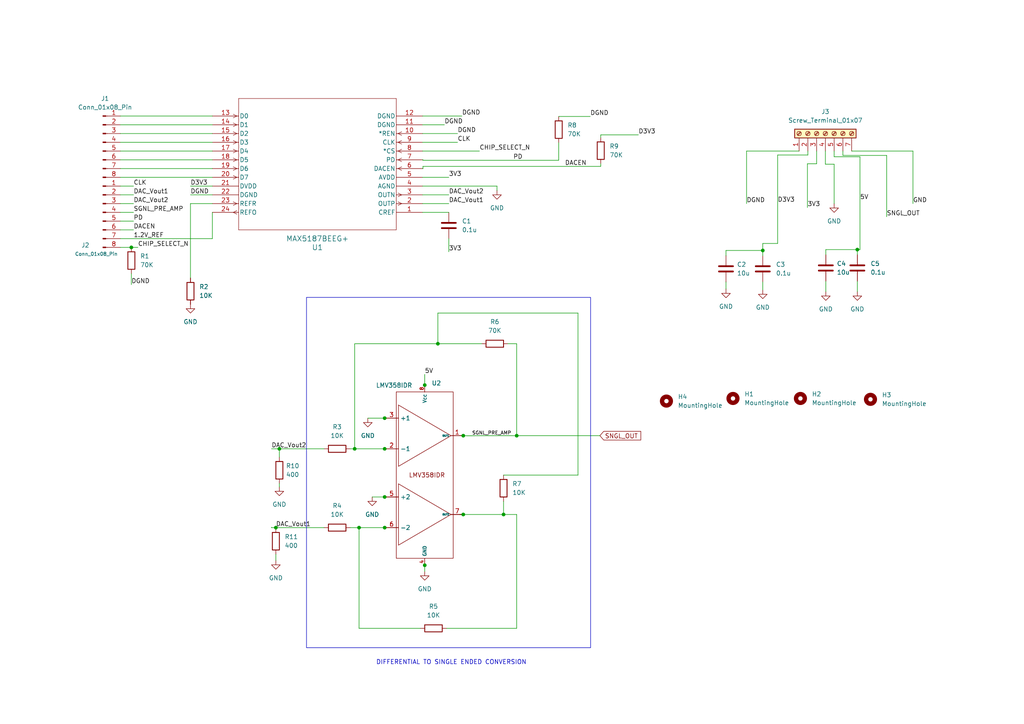
<source format=kicad_sch>
(kicad_sch (version 20230121) (generator eeschema)

  (uuid 13740d70-7077-4dc9-9679-931b0e535596)

  (paper "A4")

  (lib_symbols
    (symbol "Connector:Conn_01x08_Pin" (pin_names (offset 1.016) hide) (in_bom yes) (on_board yes)
      (property "Reference" "J" (at 0 10.16 0)
        (effects (font (size 1.27 1.27)))
      )
      (property "Value" "Conn_01x08_Pin" (at 0 -12.7 0)
        (effects (font (size 1.27 1.27)))
      )
      (property "Footprint" "" (at 0 0 0)
        (effects (font (size 1.27 1.27)) hide)
      )
      (property "Datasheet" "~" (at 0 0 0)
        (effects (font (size 1.27 1.27)) hide)
      )
      (property "ki_locked" "" (at 0 0 0)
        (effects (font (size 1.27 1.27)))
      )
      (property "ki_keywords" "connector" (at 0 0 0)
        (effects (font (size 1.27 1.27)) hide)
      )
      (property "ki_description" "Generic connector, single row, 01x08, script generated" (at 0 0 0)
        (effects (font (size 1.27 1.27)) hide)
      )
      (property "ki_fp_filters" "Connector*:*_1x??_*" (at 0 0 0)
        (effects (font (size 1.27 1.27)) hide)
      )
      (symbol "Conn_01x08_Pin_1_1"
        (polyline
          (pts
            (xy 1.27 -10.16)
            (xy 0.8636 -10.16)
          )
          (stroke (width 0.1524) (type default))
          (fill (type none))
        )
        (polyline
          (pts
            (xy 1.27 -7.62)
            (xy 0.8636 -7.62)
          )
          (stroke (width 0.1524) (type default))
          (fill (type none))
        )
        (polyline
          (pts
            (xy 1.27 -5.08)
            (xy 0.8636 -5.08)
          )
          (stroke (width 0.1524) (type default))
          (fill (type none))
        )
        (polyline
          (pts
            (xy 1.27 -2.54)
            (xy 0.8636 -2.54)
          )
          (stroke (width 0.1524) (type default))
          (fill (type none))
        )
        (polyline
          (pts
            (xy 1.27 0)
            (xy 0.8636 0)
          )
          (stroke (width 0.1524) (type default))
          (fill (type none))
        )
        (polyline
          (pts
            (xy 1.27 2.54)
            (xy 0.8636 2.54)
          )
          (stroke (width 0.1524) (type default))
          (fill (type none))
        )
        (polyline
          (pts
            (xy 1.27 5.08)
            (xy 0.8636 5.08)
          )
          (stroke (width 0.1524) (type default))
          (fill (type none))
        )
        (polyline
          (pts
            (xy 1.27 7.62)
            (xy 0.8636 7.62)
          )
          (stroke (width 0.1524) (type default))
          (fill (type none))
        )
        (rectangle (start 0.8636 -10.033) (end 0 -10.287)
          (stroke (width 0.1524) (type default))
          (fill (type outline))
        )
        (rectangle (start 0.8636 -7.493) (end 0 -7.747)
          (stroke (width 0.1524) (type default))
          (fill (type outline))
        )
        (rectangle (start 0.8636 -4.953) (end 0 -5.207)
          (stroke (width 0.1524) (type default))
          (fill (type outline))
        )
        (rectangle (start 0.8636 -2.413) (end 0 -2.667)
          (stroke (width 0.1524) (type default))
          (fill (type outline))
        )
        (rectangle (start 0.8636 0.127) (end 0 -0.127)
          (stroke (width 0.1524) (type default))
          (fill (type outline))
        )
        (rectangle (start 0.8636 2.667) (end 0 2.413)
          (stroke (width 0.1524) (type default))
          (fill (type outline))
        )
        (rectangle (start 0.8636 5.207) (end 0 4.953)
          (stroke (width 0.1524) (type default))
          (fill (type outline))
        )
        (rectangle (start 0.8636 7.747) (end 0 7.493)
          (stroke (width 0.1524) (type default))
          (fill (type outline))
        )
        (pin passive line (at 5.08 7.62 180) (length 3.81)
          (name "Pin_1" (effects (font (size 1.27 1.27))))
          (number "1" (effects (font (size 1.27 1.27))))
        )
        (pin passive line (at 5.08 5.08 180) (length 3.81)
          (name "Pin_2" (effects (font (size 1.27 1.27))))
          (number "2" (effects (font (size 1.27 1.27))))
        )
        (pin passive line (at 5.08 2.54 180) (length 3.81)
          (name "Pin_3" (effects (font (size 1.27 1.27))))
          (number "3" (effects (font (size 1.27 1.27))))
        )
        (pin passive line (at 5.08 0 180) (length 3.81)
          (name "Pin_4" (effects (font (size 1.27 1.27))))
          (number "4" (effects (font (size 1.27 1.27))))
        )
        (pin passive line (at 5.08 -2.54 180) (length 3.81)
          (name "Pin_5" (effects (font (size 1.27 1.27))))
          (number "5" (effects (font (size 1.27 1.27))))
        )
        (pin passive line (at 5.08 -5.08 180) (length 3.81)
          (name "Pin_6" (effects (font (size 1.27 1.27))))
          (number "6" (effects (font (size 1.27 1.27))))
        )
        (pin passive line (at 5.08 -7.62 180) (length 3.81)
          (name "Pin_7" (effects (font (size 1.27 1.27))))
          (number "7" (effects (font (size 1.27 1.27))))
        )
        (pin passive line (at 5.08 -10.16 180) (length 3.81)
          (name "Pin_8" (effects (font (size 1.27 1.27))))
          (number "8" (effects (font (size 1.27 1.27))))
        )
      )
    )
    (symbol "Connector:Screw_Terminal_01x07" (pin_names (offset 1.016) hide) (in_bom yes) (on_board yes)
      (property "Reference" "J" (at 0 10.16 0)
        (effects (font (size 1.27 1.27)))
      )
      (property "Value" "Screw_Terminal_01x07" (at 0 -10.16 0)
        (effects (font (size 1.27 1.27)))
      )
      (property "Footprint" "" (at 0 0 0)
        (effects (font (size 1.27 1.27)) hide)
      )
      (property "Datasheet" "~" (at 0 0 0)
        (effects (font (size 1.27 1.27)) hide)
      )
      (property "ki_keywords" "screw terminal" (at 0 0 0)
        (effects (font (size 1.27 1.27)) hide)
      )
      (property "ki_description" "Generic screw terminal, single row, 01x07, script generated (kicad-library-utils/schlib/autogen/connector/)" (at 0 0 0)
        (effects (font (size 1.27 1.27)) hide)
      )
      (property "ki_fp_filters" "TerminalBlock*:*" (at 0 0 0)
        (effects (font (size 1.27 1.27)) hide)
      )
      (symbol "Screw_Terminal_01x07_1_1"
        (rectangle (start -1.27 8.89) (end 1.27 -8.89)
          (stroke (width 0.254) (type default))
          (fill (type background))
        )
        (circle (center 0 -7.62) (radius 0.635)
          (stroke (width 0.1524) (type default))
          (fill (type none))
        )
        (circle (center 0 -5.08) (radius 0.635)
          (stroke (width 0.1524) (type default))
          (fill (type none))
        )
        (circle (center 0 -2.54) (radius 0.635)
          (stroke (width 0.1524) (type default))
          (fill (type none))
        )
        (polyline
          (pts
            (xy -0.5334 -7.2898)
            (xy 0.3302 -8.128)
          )
          (stroke (width 0.1524) (type default))
          (fill (type none))
        )
        (polyline
          (pts
            (xy -0.5334 -4.7498)
            (xy 0.3302 -5.588)
          )
          (stroke (width 0.1524) (type default))
          (fill (type none))
        )
        (polyline
          (pts
            (xy -0.5334 -2.2098)
            (xy 0.3302 -3.048)
          )
          (stroke (width 0.1524) (type default))
          (fill (type none))
        )
        (polyline
          (pts
            (xy -0.5334 0.3302)
            (xy 0.3302 -0.508)
          )
          (stroke (width 0.1524) (type default))
          (fill (type none))
        )
        (polyline
          (pts
            (xy -0.5334 2.8702)
            (xy 0.3302 2.032)
          )
          (stroke (width 0.1524) (type default))
          (fill (type none))
        )
        (polyline
          (pts
            (xy -0.5334 5.4102)
            (xy 0.3302 4.572)
          )
          (stroke (width 0.1524) (type default))
          (fill (type none))
        )
        (polyline
          (pts
            (xy -0.5334 7.9502)
            (xy 0.3302 7.112)
          )
          (stroke (width 0.1524) (type default))
          (fill (type none))
        )
        (polyline
          (pts
            (xy -0.3556 -7.112)
            (xy 0.508 -7.9502)
          )
          (stroke (width 0.1524) (type default))
          (fill (type none))
        )
        (polyline
          (pts
            (xy -0.3556 -4.572)
            (xy 0.508 -5.4102)
          )
          (stroke (width 0.1524) (type default))
          (fill (type none))
        )
        (polyline
          (pts
            (xy -0.3556 -2.032)
            (xy 0.508 -2.8702)
          )
          (stroke (width 0.1524) (type default))
          (fill (type none))
        )
        (polyline
          (pts
            (xy -0.3556 0.508)
            (xy 0.508 -0.3302)
          )
          (stroke (width 0.1524) (type default))
          (fill (type none))
        )
        (polyline
          (pts
            (xy -0.3556 3.048)
            (xy 0.508 2.2098)
          )
          (stroke (width 0.1524) (type default))
          (fill (type none))
        )
        (polyline
          (pts
            (xy -0.3556 5.588)
            (xy 0.508 4.7498)
          )
          (stroke (width 0.1524) (type default))
          (fill (type none))
        )
        (polyline
          (pts
            (xy -0.3556 8.128)
            (xy 0.508 7.2898)
          )
          (stroke (width 0.1524) (type default))
          (fill (type none))
        )
        (circle (center 0 0) (radius 0.635)
          (stroke (width 0.1524) (type default))
          (fill (type none))
        )
        (circle (center 0 2.54) (radius 0.635)
          (stroke (width 0.1524) (type default))
          (fill (type none))
        )
        (circle (center 0 5.08) (radius 0.635)
          (stroke (width 0.1524) (type default))
          (fill (type none))
        )
        (circle (center 0 7.62) (radius 0.635)
          (stroke (width 0.1524) (type default))
          (fill (type none))
        )
        (pin passive line (at -5.08 7.62 0) (length 3.81)
          (name "Pin_1" (effects (font (size 1.27 1.27))))
          (number "1" (effects (font (size 1.27 1.27))))
        )
        (pin passive line (at -5.08 5.08 0) (length 3.81)
          (name "Pin_2" (effects (font (size 1.27 1.27))))
          (number "2" (effects (font (size 1.27 1.27))))
        )
        (pin passive line (at -5.08 2.54 0) (length 3.81)
          (name "Pin_3" (effects (font (size 1.27 1.27))))
          (number "3" (effects (font (size 1.27 1.27))))
        )
        (pin passive line (at -5.08 0 0) (length 3.81)
          (name "Pin_4" (effects (font (size 1.27 1.27))))
          (number "4" (effects (font (size 1.27 1.27))))
        )
        (pin passive line (at -5.08 -2.54 0) (length 3.81)
          (name "Pin_5" (effects (font (size 1.27 1.27))))
          (number "5" (effects (font (size 1.27 1.27))))
        )
        (pin passive line (at -5.08 -5.08 0) (length 3.81)
          (name "Pin_6" (effects (font (size 1.27 1.27))))
          (number "6" (effects (font (size 1.27 1.27))))
        )
        (pin passive line (at -5.08 -7.62 0) (length 3.81)
          (name "Pin_7" (effects (font (size 1.27 1.27))))
          (number "7" (effects (font (size 1.27 1.27))))
        )
      )
    )
    (symbol "Device:C" (pin_numbers hide) (pin_names (offset 0.254)) (in_bom yes) (on_board yes)
      (property "Reference" "C" (at 0.635 2.54 0)
        (effects (font (size 1.27 1.27)) (justify left))
      )
      (property "Value" "C" (at 0.635 -2.54 0)
        (effects (font (size 1.27 1.27)) (justify left))
      )
      (property "Footprint" "" (at 0.9652 -3.81 0)
        (effects (font (size 1.27 1.27)) hide)
      )
      (property "Datasheet" "~" (at 0 0 0)
        (effects (font (size 1.27 1.27)) hide)
      )
      (property "ki_keywords" "cap capacitor" (at 0 0 0)
        (effects (font (size 1.27 1.27)) hide)
      )
      (property "ki_description" "Unpolarized capacitor" (at 0 0 0)
        (effects (font (size 1.27 1.27)) hide)
      )
      (property "ki_fp_filters" "C_*" (at 0 0 0)
        (effects (font (size 1.27 1.27)) hide)
      )
      (symbol "C_0_1"
        (polyline
          (pts
            (xy -2.032 -0.762)
            (xy 2.032 -0.762)
          )
          (stroke (width 0.508) (type default))
          (fill (type none))
        )
        (polyline
          (pts
            (xy -2.032 0.762)
            (xy 2.032 0.762)
          )
          (stroke (width 0.508) (type default))
          (fill (type none))
        )
      )
      (symbol "C_1_1"
        (pin passive line (at 0 3.81 270) (length 2.794)
          (name "~" (effects (font (size 1.27 1.27))))
          (number "1" (effects (font (size 1.27 1.27))))
        )
        (pin passive line (at 0 -3.81 90) (length 2.794)
          (name "~" (effects (font (size 1.27 1.27))))
          (number "2" (effects (font (size 1.27 1.27))))
        )
      )
    )
    (symbol "Device:R" (pin_numbers hide) (pin_names (offset 0)) (in_bom yes) (on_board yes)
      (property "Reference" "R" (at 2.032 0 90)
        (effects (font (size 1.27 1.27)))
      )
      (property "Value" "R" (at 0 0 90)
        (effects (font (size 1.27 1.27)))
      )
      (property "Footprint" "" (at -1.778 0 90)
        (effects (font (size 1.27 1.27)) hide)
      )
      (property "Datasheet" "~" (at 0 0 0)
        (effects (font (size 1.27 1.27)) hide)
      )
      (property "ki_keywords" "R res resistor" (at 0 0 0)
        (effects (font (size 1.27 1.27)) hide)
      )
      (property "ki_description" "Resistor" (at 0 0 0)
        (effects (font (size 1.27 1.27)) hide)
      )
      (property "ki_fp_filters" "R_*" (at 0 0 0)
        (effects (font (size 1.27 1.27)) hide)
      )
      (symbol "R_0_1"
        (rectangle (start -1.016 -2.54) (end 1.016 2.54)
          (stroke (width 0.254) (type default))
          (fill (type none))
        )
      )
      (symbol "R_1_1"
        (pin passive line (at 0 3.81 270) (length 1.27)
          (name "~" (effects (font (size 1.27 1.27))))
          (number "1" (effects (font (size 1.27 1.27))))
        )
        (pin passive line (at 0 -3.81 90) (length 1.27)
          (name "~" (effects (font (size 1.27 1.27))))
          (number "2" (effects (font (size 1.27 1.27))))
        )
      )
    )
    (symbol "Mechanical:MountingHole" (pin_names (offset 1.016)) (in_bom yes) (on_board yes)
      (property "Reference" "H" (at 0 5.08 0)
        (effects (font (size 1.27 1.27)))
      )
      (property "Value" "MountingHole" (at 0 3.175 0)
        (effects (font (size 1.27 1.27)))
      )
      (property "Footprint" "" (at 0 0 0)
        (effects (font (size 1.27 1.27)) hide)
      )
      (property "Datasheet" "~" (at 0 0 0)
        (effects (font (size 1.27 1.27)) hide)
      )
      (property "ki_keywords" "mounting hole" (at 0 0 0)
        (effects (font (size 1.27 1.27)) hide)
      )
      (property "ki_description" "Mounting Hole without connection" (at 0 0 0)
        (effects (font (size 1.27 1.27)) hide)
      )
      (property "ki_fp_filters" "MountingHole*" (at 0 0 0)
        (effects (font (size 1.27 1.27)) hide)
      )
      (symbol "MountingHole_0_1"
        (circle (center 0 0) (radius 1.27)
          (stroke (width 1.27) (type default))
          (fill (type none))
        )
      )
    )
    (symbol "Symbol_library:Diff_to_single_amp" (in_bom yes) (on_board yes)
      (property "Reference" "U" (at 29.845 3.81 0)
        (effects (font (size 1.27 1.27)))
      )
      (property "Value" "" (at 8.89 -1.27 0)
        (effects (font (size 1.27 1.27)))
      )
      (property "Footprint" "" (at 8.89 -1.27 0)
        (effects (font (size 1.27 1.27)) hide)
      )
      (property "Datasheet" "" (at 8.89 -1.27 0)
        (effects (font (size 1.27 1.27)) hide)
      )
      (symbol "Diff_to_single_amp_0_1"
        (polyline
          (pts
            (xy 7.62 -21.59)
            (xy 7.62 -39.37)
            (xy 22.86 -30.48)
            (xy 7.62 -21.59)
          )
          (stroke (width 0) (type default))
          (fill (type none))
        )
        (polyline
          (pts
            (xy 7.62 1.27)
            (xy 7.62 -16.51)
            (xy 22.86 -7.62)
            (xy 7.62 1.27)
          )
          (stroke (width 0) (type default))
          (fill (type none))
        )
        (rectangle (start 6.985 5.08) (end 23.495 -43.18)
          (stroke (width 0) (type default))
          (fill (type none))
        )
      )
      (symbol "Diff_to_single_amp_1_1"
        (text "LMV358IDR" (at 15.875 -19.05 0)
          (effects (font (size 1.27 1.27)))
        )
        (pin output line (at 26.42 -7.62 180) (length 3.5)
          (name "OUT1" (effects (font (size 0.5 0.5))))
          (number "1" (effects (font (size 1.27 1.27))))
        )
        (pin input line (at 3.62 -11.43 0) (length 4)
          (name "-1" (effects (font (size 1.27 1.27))))
          (number "2" (effects (font (size 1.27 1.27))))
        )
        (pin input line (at 3.62 -2.54 0) (length 4)
          (name "+1" (effects (font (size 1.27 1.27))))
          (number "3" (effects (font (size 1.27 1.27))))
        )
        (pin power_in line (at 15.24 -45.2 90) (length 2)
          (name "GND" (effects (font (size 1 1))))
          (number "4" (effects (font (size 1 1))))
        )
        (pin input line (at 3.62 -25.4 0) (length 4)
          (name "+2" (effects (font (size 1.27 1.27))))
          (number "5" (effects (font (size 1.27 1.27))))
        )
        (pin input line (at 3.62 -34.29 0) (length 4)
          (name "-2" (effects (font (size 1.27 1.27))))
          (number "6" (effects (font (size 1.27 1.27))))
        )
        (pin output line (at 26.42 -30.48 180) (length 3.5)
          (name "OUT2" (effects (font (size 0.5 0.5))))
          (number "7" (effects (font (size 1.27 1.27))))
        )
        (pin power_in line (at 15.24 7.05 270) (length 2)
          (name "Vcc" (effects (font (size 1 1))))
          (number "8" (effects (font (size 1 1))))
        )
      )
    )
    (symbol "Symbol_library:MAX5187BEEG+" (pin_names (offset 0.254)) (in_bom yes) (on_board yes)
      (property "Reference" "U" (at 30.48 10.16 0)
        (effects (font (size 1.524 1.524)))
      )
      (property "Value" "MAX5187BEEG+" (at 30.48 7.62 0)
        (effects (font (size 1.524 1.524)))
      )
      (property "Footprint" "21-0055H_24" (at 0 0 0)
        (effects (font (size 1.27 1.27) italic) hide)
      )
      (property "Datasheet" "MAX5187BEEG+" (at 0 0 0)
        (effects (font (size 1.27 1.27) italic) hide)
      )
      (property "ki_locked" "" (at 0 0 0)
        (effects (font (size 1.27 1.27)))
      )
      (property "ki_keywords" "MAX5187BEEG+" (at 0 0 0)
        (effects (font (size 1.27 1.27)) hide)
      )
      (property "ki_fp_filters" "21-0055H_24 21-0055H_24-M 21-0055H_24-L" (at 0 0 0)
        (effects (font (size 1.27 1.27)) hide)
      )
      (symbol "MAX5187BEEG+_0_1"
        (polyline
          (pts
            (xy 7.0993 -22.86)
            (xy 6.0579 -23.3807)
          )
          (stroke (width 0.127) (type default))
          (fill (type none))
        )
        (polyline
          (pts
            (xy 7.0993 -22.86)
            (xy 6.0579 -22.3393)
          )
          (stroke (width 0.127) (type default))
          (fill (type none))
        )
        (polyline
          (pts
            (xy 7.0993 -20.32)
            (xy 6.0579 -20.8407)
          )
          (stroke (width 0.127) (type default))
          (fill (type none))
        )
        (polyline
          (pts
            (xy 7.0993 -20.32)
            (xy 6.0579 -19.7993)
          )
          (stroke (width 0.127) (type default))
          (fill (type none))
        )
        (polyline
          (pts
            (xy 7.0993 -17.78)
            (xy 6.0579 -18.3007)
          )
          (stroke (width 0.127) (type default))
          (fill (type none))
        )
        (polyline
          (pts
            (xy 7.0993 -17.78)
            (xy 6.0579 -17.2593)
          )
          (stroke (width 0.127) (type default))
          (fill (type none))
        )
        (polyline
          (pts
            (xy 7.0993 -15.24)
            (xy 6.0579 -15.7607)
          )
          (stroke (width 0.127) (type default))
          (fill (type none))
        )
        (polyline
          (pts
            (xy 7.0993 -15.24)
            (xy 6.0579 -14.7193)
          )
          (stroke (width 0.127) (type default))
          (fill (type none))
        )
        (polyline
          (pts
            (xy 7.0993 -12.7)
            (xy 6.0579 -13.2207)
          )
          (stroke (width 0.127) (type default))
          (fill (type none))
        )
        (polyline
          (pts
            (xy 7.0993 -12.7)
            (xy 6.0579 -12.1793)
          )
          (stroke (width 0.127) (type default))
          (fill (type none))
        )
        (polyline
          (pts
            (xy 7.0993 -5.6007)
            (xy 6.0579 -5.08)
          )
          (stroke (width 0.127) (type default))
          (fill (type none))
        )
        (polyline
          (pts
            (xy 7.0993 -4.5593)
            (xy 6.0579 -5.08)
          )
          (stroke (width 0.127) (type default))
          (fill (type none))
        )
        (polyline
          (pts
            (xy 7.0993 -3.0607)
            (xy 6.0579 -2.54)
          )
          (stroke (width 0.127) (type default))
          (fill (type none))
        )
        (polyline
          (pts
            (xy 7.0993 -2.0193)
            (xy 6.0579 -2.54)
          )
          (stroke (width 0.127) (type default))
          (fill (type none))
        )
        (polyline
          (pts
            (xy 7.62 -33.02)
            (xy 53.34 -33.02)
          )
          (stroke (width 0.127) (type default))
          (fill (type none))
        )
        (polyline
          (pts
            (xy 7.62 5.08)
            (xy 7.62 -33.02)
          )
          (stroke (width 0.127) (type default))
          (fill (type none))
        )
        (polyline
          (pts
            (xy 53.34 -33.02)
            (xy 53.34 5.08)
          )
          (stroke (width 0.127) (type default))
          (fill (type none))
        )
        (polyline
          (pts
            (xy 53.34 5.08)
            (xy 7.62 5.08)
          )
          (stroke (width 0.127) (type default))
          (fill (type none))
        )
        (polyline
          (pts
            (xy 53.8607 -27.94)
            (xy 54.9021 -28.4607)
          )
          (stroke (width 0.127) (type default))
          (fill (type none))
        )
        (polyline
          (pts
            (xy 53.8607 -27.94)
            (xy 54.9021 -27.4193)
          )
          (stroke (width 0.127) (type default))
          (fill (type none))
        )
        (polyline
          (pts
            (xy 53.8607 -25.4)
            (xy 54.9021 -25.9207)
          )
          (stroke (width 0.127) (type default))
          (fill (type none))
        )
        (polyline
          (pts
            (xy 53.8607 -25.4)
            (xy 54.9021 -24.8793)
          )
          (stroke (width 0.127) (type default))
          (fill (type none))
        )
        (polyline
          (pts
            (xy 53.8607 -22.86)
            (xy 54.9021 -23.3807)
          )
          (stroke (width 0.127) (type default))
          (fill (type none))
        )
        (polyline
          (pts
            (xy 53.8607 -22.86)
            (xy 54.9021 -22.3393)
          )
          (stroke (width 0.127) (type default))
          (fill (type none))
        )
        (polyline
          (pts
            (xy 53.8607 -20.32)
            (xy 54.9021 -20.8407)
          )
          (stroke (width 0.127) (type default))
          (fill (type none))
        )
        (polyline
          (pts
            (xy 53.8607 -20.32)
            (xy 54.9021 -19.7993)
          )
          (stroke (width 0.127) (type default))
          (fill (type none))
        )
        (polyline
          (pts
            (xy 53.8607 -17.78)
            (xy 54.9021 -18.3007)
          )
          (stroke (width 0.127) (type default))
          (fill (type none))
        )
        (polyline
          (pts
            (xy 53.8607 -17.78)
            (xy 54.9021 -17.2593)
          )
          (stroke (width 0.127) (type default))
          (fill (type none))
        )
        (polyline
          (pts
            (xy 53.8607 -15.24)
            (xy 54.9021 -15.7607)
          )
          (stroke (width 0.127) (type default))
          (fill (type none))
        )
        (polyline
          (pts
            (xy 53.8607 -15.24)
            (xy 54.9021 -14.7193)
          )
          (stroke (width 0.127) (type default))
          (fill (type none))
        )
        (polyline
          (pts
            (xy 53.8607 -12.7)
            (xy 54.9021 -13.2207)
          )
          (stroke (width 0.127) (type default))
          (fill (type none))
        )
        (polyline
          (pts
            (xy 53.8607 -12.7)
            (xy 54.9021 -12.1793)
          )
          (stroke (width 0.127) (type default))
          (fill (type none))
        )
        (polyline
          (pts
            (xy 53.8607 -10.16)
            (xy 54.9021 -10.6807)
          )
          (stroke (width 0.127) (type default))
          (fill (type none))
        )
        (polyline
          (pts
            (xy 53.8607 -10.16)
            (xy 54.9021 -9.6393)
          )
          (stroke (width 0.127) (type default))
          (fill (type none))
        )
        (polyline
          (pts
            (xy 53.8607 -2.54)
            (xy 54.9021 -3.0607)
          )
          (stroke (width 0.127) (type default))
          (fill (type none))
        )
        (polyline
          (pts
            (xy 53.8607 -2.54)
            (xy 54.9021 -2.0193)
          )
          (stroke (width 0.127) (type default))
          (fill (type none))
        )
        (polyline
          (pts
            (xy 53.8607 -0.5207)
            (xy 54.9021 0)
          )
          (stroke (width 0.127) (type default))
          (fill (type none))
        )
        (polyline
          (pts
            (xy 53.8607 0.5207)
            (xy 54.9021 0)
          )
          (stroke (width 0.127) (type default))
          (fill (type none))
        )
        (pin unspecified line (at 0 0 0) (length 7.62)
          (name "CREF" (effects (font (size 1.27 1.27))))
          (number "1" (effects (font (size 1.27 1.27))))
        )
        (pin input line (at 0 -22.86 0) (length 7.62)
          (name "*REN" (effects (font (size 1.27 1.27))))
          (number "10" (effects (font (size 1.27 1.27))))
        )
        (pin power_in line (at 0 -25.4 0) (length 7.62)
          (name "DGND" (effects (font (size 1.27 1.27))))
          (number "11" (effects (font (size 1.27 1.27))))
        )
        (pin power_in line (at 0 -27.94 0) (length 7.62)
          (name "DGND" (effects (font (size 1.27 1.27))))
          (number "12" (effects (font (size 1.27 1.27))))
        )
        (pin input line (at 60.96 -27.94 180) (length 7.62)
          (name "D0" (effects (font (size 1.27 1.27))))
          (number "13" (effects (font (size 1.27 1.27))))
        )
        (pin input line (at 60.96 -25.4 180) (length 7.62)
          (name "D1" (effects (font (size 1.27 1.27))))
          (number "14" (effects (font (size 1.27 1.27))))
        )
        (pin input line (at 60.96 -22.86 180) (length 7.62)
          (name "D2" (effects (font (size 1.27 1.27))))
          (number "15" (effects (font (size 1.27 1.27))))
        )
        (pin input line (at 60.96 -20.32 180) (length 7.62)
          (name "D3" (effects (font (size 1.27 1.27))))
          (number "16" (effects (font (size 1.27 1.27))))
        )
        (pin input line (at 60.96 -17.78 180) (length 7.62)
          (name "D4" (effects (font (size 1.27 1.27))))
          (number "17" (effects (font (size 1.27 1.27))))
        )
        (pin input line (at 60.96 -15.24 180) (length 7.62)
          (name "D5" (effects (font (size 1.27 1.27))))
          (number "18" (effects (font (size 1.27 1.27))))
        )
        (pin input line (at 60.96 -12.7 180) (length 7.62)
          (name "D6" (effects (font (size 1.27 1.27))))
          (number "19" (effects (font (size 1.27 1.27))))
        )
        (pin output line (at 0 -2.54 0) (length 7.62)
          (name "OUTP" (effects (font (size 1.27 1.27))))
          (number "2" (effects (font (size 1.27 1.27))))
        )
        (pin input line (at 60.96 -10.16 180) (length 7.62)
          (name "D7" (effects (font (size 1.27 1.27))))
          (number "20" (effects (font (size 1.27 1.27))))
        )
        (pin power_in line (at 60.96 -7.62 180) (length 7.62)
          (name "DVDD" (effects (font (size 1.27 1.27))))
          (number "21" (effects (font (size 1.27 1.27))))
        )
        (pin power_in line (at 60.96 -5.08 180) (length 7.62)
          (name "DGND" (effects (font (size 1.27 1.27))))
          (number "22" (effects (font (size 1.27 1.27))))
        )
        (pin input line (at 60.96 -2.54 180) (length 7.62)
          (name "REFR" (effects (font (size 1.27 1.27))))
          (number "23" (effects (font (size 1.27 1.27))))
        )
        (pin output line (at 60.96 0 180) (length 7.62)
          (name "REFO" (effects (font (size 1.27 1.27))))
          (number "24" (effects (font (size 1.27 1.27))))
        )
        (pin output line (at 0 -5.08 0) (length 7.62)
          (name "OUTN" (effects (font (size 1.27 1.27))))
          (number "3" (effects (font (size 1.27 1.27))))
        )
        (pin power_in line (at 0 -7.62 0) (length 7.62)
          (name "AGND" (effects (font (size 1.27 1.27))))
          (number "4" (effects (font (size 1.27 1.27))))
        )
        (pin power_in line (at 0 -10.16 0) (length 7.62)
          (name "AVDD" (effects (font (size 1.27 1.27))))
          (number "5" (effects (font (size 1.27 1.27))))
        )
        (pin input line (at 0 -12.7 0) (length 7.62)
          (name "DACEN" (effects (font (size 1.27 1.27))))
          (number "6" (effects (font (size 1.27 1.27))))
        )
        (pin input line (at 0 -15.24 0) (length 7.62)
          (name "PD" (effects (font (size 1.27 1.27))))
          (number "7" (effects (font (size 1.27 1.27))))
        )
        (pin input line (at 0 -17.78 0) (length 7.62)
          (name "*CS" (effects (font (size 1.27 1.27))))
          (number "8" (effects (font (size 1.27 1.27))))
        )
        (pin input line (at 0 -20.32 0) (length 7.62)
          (name "CLK" (effects (font (size 1.27 1.27))))
          (number "9" (effects (font (size 1.27 1.27))))
        )
      )
    )
    (symbol "power:GND" (power) (pin_names (offset 0)) (in_bom yes) (on_board yes)
      (property "Reference" "#PWR" (at 0 -6.35 0)
        (effects (font (size 1.27 1.27)) hide)
      )
      (property "Value" "GND" (at 0 -3.81 0)
        (effects (font (size 1.27 1.27)))
      )
      (property "Footprint" "" (at 0 0 0)
        (effects (font (size 1.27 1.27)) hide)
      )
      (property "Datasheet" "" (at 0 0 0)
        (effects (font (size 1.27 1.27)) hide)
      )
      (property "ki_keywords" "global power" (at 0 0 0)
        (effects (font (size 1.27 1.27)) hide)
      )
      (property "ki_description" "Power symbol creates a global label with name \"GND\" , ground" (at 0 0 0)
        (effects (font (size 1.27 1.27)) hide)
      )
      (symbol "GND_0_1"
        (polyline
          (pts
            (xy 0 0)
            (xy 0 -1.27)
            (xy 1.27 -1.27)
            (xy 0 -2.54)
            (xy -1.27 -1.27)
            (xy 0 -1.27)
          )
          (stroke (width 0) (type default))
          (fill (type none))
        )
      )
      (symbol "GND_1_1"
        (pin power_in line (at 0 0 270) (length 0) hide
          (name "GND" (effects (font (size 1.27 1.27))))
          (number "1" (effects (font (size 1.27 1.27))))
        )
      )
    )
  )

  (junction (at 221.234 72.644) (diameter 0) (color 0 0 0 0)
    (uuid 0380cfcd-91c7-4bf5-b79b-9a6a67e8ccc0)
  )
  (junction (at 134.37 149.225) (diameter 0) (color 0 0 0 0)
    (uuid 0d957f64-71fb-42a2-8bad-49b771cdb2ba)
  )
  (junction (at 146.05 149.225) (diameter 0) (color 0 0 0 0)
    (uuid 295bcf7f-cefb-4f18-aeb1-9f578ef3055f)
  )
  (junction (at 127 99.695) (diameter 0) (color 0 0 0 0)
    (uuid 3575cd23-a253-4954-a65b-8428fab40f6b)
  )
  (junction (at 102.87 130.175) (diameter 0) (color 0 0 0 0)
    (uuid 395bce54-22fc-4e11-ad52-ac389361b27e)
  )
  (junction (at 80.01 153.035) (diameter 0) (color 0 0 0 0)
    (uuid 3d5b4636-65d1-4aa5-a773-17969df68f45)
  )
  (junction (at 134.37 126.365) (diameter 0) (color 0 0 0 0)
    (uuid 6fe1f0c5-2ccc-4340-86e6-60262ee2b2a9)
  )
  (junction (at 149.86 126.365) (diameter 0) (color 0 0 0 0)
    (uuid 711637c2-62c0-488d-9390-ecc0d2633ed7)
  )
  (junction (at 111.57 121.285) (diameter 0) (color 0 0 0 0)
    (uuid 7336a72f-91d0-492f-8d71-ed35be7fdcfa)
  )
  (junction (at 104.14 153.035) (diameter 0) (color 0 0 0 0)
    (uuid 736df8aa-fba7-4b42-befd-3ba7ff13397d)
  )
  (junction (at 111.57 144.145) (diameter 0) (color 0 0 0 0)
    (uuid 7cca9b24-b952-489f-83d1-9e46be881f43)
  )
  (junction (at 81.026 130.175) (diameter 0) (color 0 0 0 0)
    (uuid 875fc474-7157-4825-aa1e-74887bd9fa7d)
  )
  (junction (at 123.19 111.695) (diameter 0) (color 0 0 0 0)
    (uuid 8c5ac402-abf9-4155-9e38-9b6731d2e15c)
  )
  (junction (at 38.1 71.755) (diameter 0) (color 0 0 0 0)
    (uuid 9db97da6-356b-4561-9d71-0402b88ec41f)
  )
  (junction (at 248.666 72.39) (diameter 0) (color 0 0 0 0)
    (uuid a46f43aa-03e4-4557-95dd-619a26abd69c)
  )
  (junction (at 111.57 130.175) (diameter 0) (color 0 0 0 0)
    (uuid b10892f2-275a-4ad4-b19a-f035830c843b)
  )
  (junction (at 111.57 153.035) (diameter 0) (color 0 0 0 0)
    (uuid cb1c548a-fed8-43ef-9c07-b503c8bbf0f9)
  )
  (junction (at 123.19 163.945) (diameter 0) (color 0 0 0 0)
    (uuid d4f11539-2cf8-4d23-8a67-e31892360837)
  )

  (wire (pts (xy 149.86 182.245) (xy 129.54 182.245))
    (stroke (width 0) (type default))
    (uuid 038b0476-adf0-4733-a2d9-5994d245b6ff)
  )
  (wire (pts (xy 135.3566 126.3904) (xy 149.86 126.365))
    (stroke (width 0) (type default))
    (uuid 05f6df47-c494-4bbb-bf3c-2b396dc47fb4)
  )
  (wire (pts (xy 38.1 71.755) (xy 40.005 71.755))
    (stroke (width 0) (type default))
    (uuid 062383c6-b9e1-4c10-a8dd-49bd9147f823)
  )
  (wire (pts (xy 34.925 71.755) (xy 38.1 71.755))
    (stroke (width 0) (type default))
    (uuid 0e1ad0c4-88f5-4efe-83c8-97e19e106ed6)
  )
  (wire (pts (xy 174.244 39.116) (xy 185.166 39.116))
    (stroke (width 0) (type default))
    (uuid 0f232733-1caf-42d1-be2a-901f5bd1bdbd)
  )
  (wire (pts (xy 121.92 182.245) (xy 104.14 182.245))
    (stroke (width 0) (type default))
    (uuid 10d06bc2-738f-48e0-b540-27cdadcc4136)
  )
  (wire (pts (xy 167.64 137.795) (xy 167.64 90.805))
    (stroke (width 0) (type default))
    (uuid 1115431a-4b60-4b80-ac4d-43316837fd8f)
  )
  (wire (pts (xy 122.555 41.275) (xy 132.715 41.275))
    (stroke (width 0) (type default))
    (uuid 1267e194-ec0e-42e1-b267-86cce939b3d2)
  )
  (wire (pts (xy 122.555 33.655) (xy 133.985 33.655))
    (stroke (width 0) (type default))
    (uuid 1b61dbcd-cb02-4c36-bbd4-7e152b23012f)
  )
  (wire (pts (xy 210.566 81.788) (xy 210.566 83.82))
    (stroke (width 0) (type default))
    (uuid 1e694654-1b8a-4f0e-80da-e1c49c8efbb5)
  )
  (wire (pts (xy 107.95 144.145) (xy 111.57 144.145))
    (stroke (width 0) (type default))
    (uuid 1eca5ba6-eb33-410d-8046-9d9eb9dc3139)
  )
  (wire (pts (xy 34.925 46.355) (xy 61.595 46.355))
    (stroke (width 0) (type default))
    (uuid 20428a14-e593-4a49-bb3e-5108d92b2b50)
  )
  (wire (pts (xy 122.555 61.595) (xy 130.175 61.595))
    (stroke (width 0) (type default))
    (uuid 20702790-1acd-4497-aeec-28a9a4a99fa7)
  )
  (wire (pts (xy 122.555 43.815) (xy 139.065 43.815))
    (stroke (width 0) (type default))
    (uuid 218a0713-e127-4c69-ae9e-b1bd6968e01e)
  )
  (wire (pts (xy 133.35 126.365) (xy 134.37 126.365))
    (stroke (width 0) (type default))
    (uuid 23a1bb51-4da5-4698-8891-a02265c807ee)
  )
  (wire (pts (xy 80.01 153.035) (xy 93.98 153.035))
    (stroke (width 0) (type default))
    (uuid 2538e2d4-5b2d-421c-9749-61daa8ee1f8b)
  )
  (wire (pts (xy 234.188 47.498) (xy 236.855 47.498))
    (stroke (width 0) (type default))
    (uuid 2a06f2d8-2776-47d9-b594-f8e44fa5ecf5)
  )
  (wire (pts (xy 102.87 99.695) (xy 127 99.695))
    (stroke (width 0) (type default))
    (uuid 2d284701-9560-40d8-98b1-9f35127b6caa)
  )
  (wire (pts (xy 249.428 45.466) (xy 249.428 72.39))
    (stroke (width 0) (type default))
    (uuid 2e3bbff9-7031-4f45-bcf7-180ed27591d0)
  )
  (wire (pts (xy 216.535 43.815) (xy 231.775 43.815))
    (stroke (width 0) (type default))
    (uuid 324e99f4-bb02-4496-b68c-5498c862614f)
  )
  (wire (pts (xy 34.925 56.515) (xy 38.735 56.515))
    (stroke (width 0) (type default))
    (uuid 32fb61ab-955f-4999-acac-cb8a561f8ffd)
  )
  (wire (pts (xy 210.566 72.644) (xy 210.566 74.168))
    (stroke (width 0) (type default))
    (uuid 376795e0-5f2b-494c-9613-2116c1353758)
  )
  (wire (pts (xy 34.925 53.975) (xy 38.735 53.975))
    (stroke (width 0) (type default))
    (uuid 38057b66-d892-4142-8bd5-645497f97297)
  )
  (wire (pts (xy 241.935 43.815) (xy 241.935 45.466))
    (stroke (width 0) (type default))
    (uuid 3b69efc1-6fcd-402d-abb8-ab32b51a5355)
  )
  (wire (pts (xy 234.315 44.958) (xy 234.315 43.815))
    (stroke (width 0) (type default))
    (uuid 3e794725-7340-4779-8791-43e94adf0753)
  )
  (wire (pts (xy 34.925 66.675) (xy 38.735 66.675))
    (stroke (width 0) (type default))
    (uuid 3fcdebfb-89b2-4175-bba4-2b7cdec0bd2d)
  )
  (wire (pts (xy 122.682 48.26) (xy 122.682 48.895))
    (stroke (width 0) (type default))
    (uuid 413c12b8-02e4-4b24-8f0a-86a917426b24)
  )
  (wire (pts (xy 34.925 48.895) (xy 61.595 48.895))
    (stroke (width 0) (type default))
    (uuid 41f0d4af-9073-40da-802a-4b59641c2e41)
  )
  (wire (pts (xy 101.6 153.035) (xy 104.14 153.035))
    (stroke (width 0) (type default))
    (uuid 422259ea-b06c-4e55-8c6e-b6cf8a3e584e)
  )
  (wire (pts (xy 81.026 141.224) (xy 81.026 140.208))
    (stroke (width 0) (type default))
    (uuid 42b232a1-dc8e-40d8-a08c-38f8f5238c7e)
  )
  (wire (pts (xy 34.925 43.815) (xy 61.595 43.815))
    (stroke (width 0) (type default))
    (uuid 433c4071-4f5a-47f3-a197-5f5db6f1d0d8)
  )
  (wire (pts (xy 122.555 56.515) (xy 130.175 56.515))
    (stroke (width 0) (type default))
    (uuid 44a6a947-10dc-45d6-a082-d8246d99d5c7)
  )
  (wire (pts (xy 38.1 79.375) (xy 38.1 82.55))
    (stroke (width 0) (type default))
    (uuid 48666dcd-59d2-420d-ae7d-1d5e46638b0b)
  )
  (wire (pts (xy 102.87 130.175) (xy 111.57 130.175))
    (stroke (width 0) (type default))
    (uuid 48ee5f23-1cf6-4a68-935a-bb966a5f206e)
  )
  (wire (pts (xy 174.244 39.116) (xy 174.244 39.878))
    (stroke (width 0) (type default))
    (uuid 490159a4-e254-48cb-96aa-e11abce38720)
  )
  (wire (pts (xy 134.37 149.225) (xy 146.05 149.225))
    (stroke (width 0) (type default))
    (uuid 4a13d3f5-2d6c-4916-9dd4-18dd155af106)
  )
  (wire (pts (xy 249.428 72.39) (xy 248.666 72.39))
    (stroke (width 0) (type default))
    (uuid 4cb2e49f-0def-4819-9fb8-3822afca97ff)
  )
  (wire (pts (xy 104.14 153.035) (xy 104.14 182.245))
    (stroke (width 0) (type default))
    (uuid 4e065a48-ff3d-4b90-b4db-e0e0dcac626a)
  )
  (wire (pts (xy 241.935 45.466) (xy 249.428 45.466))
    (stroke (width 0) (type default))
    (uuid 500381cc-bd12-4483-b193-364039fe6295)
  )
  (wire (pts (xy 174.244 47.498) (xy 174.244 48.26))
    (stroke (width 0) (type default))
    (uuid 5035734b-ede0-42ae-af72-239c62aead60)
  )
  (wire (pts (xy 61.595 61.595) (xy 61.595 69.215))
    (stroke (width 0) (type default))
    (uuid 52ce0dd1-2c5e-4bc7-875c-6d82f99cf529)
  )
  (wire (pts (xy 236.855 47.498) (xy 236.855 43.815))
    (stroke (width 0) (type default))
    (uuid 52f1719c-fd5a-4bfd-806f-85d9f5303add)
  )
  (wire (pts (xy 123.19 111.695) (xy 123.19 112.395))
    (stroke (width 0) (type default))
    (uuid 55f4eda8-9f69-4de8-9fde-11b9ed278200)
  )
  (wire (pts (xy 162.052 33.782) (xy 171.196 33.782))
    (stroke (width 0) (type default))
    (uuid 56ffebb3-71bd-4043-bbed-7e45163a6456)
  )
  (wire (pts (xy 122.682 48.895) (xy 122.555 48.895))
    (stroke (width 0) (type default))
    (uuid 5b02c068-fb43-4081-baa6-badf002ddfce)
  )
  (wire (pts (xy 61.595 59.055) (xy 55.245 59.055))
    (stroke (width 0) (type default))
    (uuid 5b91f53c-974a-436b-9d64-c3c5572d1856)
  )
  (wire (pts (xy 162.052 46.482) (xy 162.052 41.402))
    (stroke (width 0) (type default))
    (uuid 5c8100b8-ff26-4c38-b901-b095e711f3f3)
  )
  (wire (pts (xy 225.552 44.958) (xy 234.315 44.958))
    (stroke (width 0) (type default))
    (uuid 5f0530c4-452b-4e35-af09-7fba26f80957)
  )
  (wire (pts (xy 34.925 38.735) (xy 61.595 38.735))
    (stroke (width 0) (type default))
    (uuid 61442842-8695-497a-97d9-0f480287f985)
  )
  (wire (pts (xy 248.666 73.914) (xy 248.666 72.39))
    (stroke (width 0) (type default))
    (uuid 62331e79-96de-41fe-8231-14d68ed4b7be)
  )
  (wire (pts (xy 104.14 153.035) (xy 111.57 153.035))
    (stroke (width 0) (type default))
    (uuid 62ad1f31-afe9-4e20-834c-ee30393a3488)
  )
  (wire (pts (xy 221.234 81.788) (xy 221.234 84.074))
    (stroke (width 0) (type default))
    (uuid 6492b4e0-d052-4918-9caa-282b1dde595f)
  )
  (wire (pts (xy 144.145 53.975) (xy 144.145 55.245))
    (stroke (width 0) (type default))
    (uuid 65534079-bd02-4ec5-a927-2d337809dfc8)
  )
  (wire (pts (xy 221.234 70.612) (xy 225.552 70.612))
    (stroke (width 0) (type default))
    (uuid 65f5265a-2b39-4ee0-8a71-ea7df034f8b4)
  )
  (wire (pts (xy 122.682 46.482) (xy 162.052 46.482))
    (stroke (width 0) (type default))
    (uuid 65fca167-ce86-4612-8ed5-3b9896c3a626)
  )
  (wire (pts (xy 225.552 44.958) (xy 225.552 70.612))
    (stroke (width 0) (type default))
    (uuid 667a9228-9abb-4335-b746-abf791726a69)
  )
  (wire (pts (xy 239.395 47.625) (xy 239.395 43.815))
    (stroke (width 0) (type default))
    (uuid 6d4daf57-075f-4049-b291-339dd8120c85)
  )
  (wire (pts (xy 149.86 99.695) (xy 149.86 126.365))
    (stroke (width 0) (type default))
    (uuid 6db68a77-7dfa-40b6-bc4a-9c1a0036cd88)
  )
  (wire (pts (xy 134.37 126.365) (xy 135.3566 126.3904))
    (stroke (width 0) (type default))
    (uuid 734169c3-a3ee-4d3e-913c-b2aaf7c519e1)
  )
  (wire (pts (xy 234.188 47.498) (xy 234.188 60.198))
    (stroke (width 0) (type default))
    (uuid 73496da6-2e0c-403a-b3c3-4d2d6639b6a6)
  )
  (wire (pts (xy 122.555 51.435) (xy 130.175 51.435))
    (stroke (width 0) (type default))
    (uuid 77a6b759-b909-488c-9dbf-98c60169519e)
  )
  (wire (pts (xy 244.475 43.815) (xy 244.475 45.085))
    (stroke (width 0) (type default))
    (uuid 7be98ba7-d079-4ad1-9c35-1fee0aa118a9)
  )
  (wire (pts (xy 34.925 36.195) (xy 61.595 36.195))
    (stroke (width 0) (type default))
    (uuid 7e6cca98-89a9-4f4d-bd8e-cca1841e4304)
  )
  (wire (pts (xy 34.925 59.055) (xy 38.735 59.055))
    (stroke (width 0) (type default))
    (uuid 7ea5dec3-eef9-48ef-8926-ce1c6355e880)
  )
  (wire (pts (xy 241.935 47.625) (xy 241.935 59.055))
    (stroke (width 0) (type default))
    (uuid 870fbc51-6f8f-4983-8d71-6d10c6f44127)
  )
  (wire (pts (xy 106.68 121.285) (xy 111.57 121.285))
    (stroke (width 0) (type default))
    (uuid 8872d026-0cf0-4f5d-8ece-ff23573b11bf)
  )
  (wire (pts (xy 122.555 59.055) (xy 130.175 59.055))
    (stroke (width 0) (type default))
    (uuid 888321fd-5191-4d30-a334-276df80a1ef9)
  )
  (wire (pts (xy 210.566 72.644) (xy 221.234 72.644))
    (stroke (width 0) (type default))
    (uuid 8917ba40-f56e-4904-ab7e-1891df393ae3)
  )
  (wire (pts (xy 102.87 130.175) (xy 102.87 99.695))
    (stroke (width 0) (type default))
    (uuid 8cbd101f-79d2-4211-8a18-f5902461085a)
  )
  (wire (pts (xy 247.015 43.815) (xy 264.795 43.815))
    (stroke (width 0) (type default))
    (uuid 8ce4388f-586e-4365-80b1-9854cfb912fd)
  )
  (wire (pts (xy 239.522 81.534) (xy 239.522 84.582))
    (stroke (width 0) (type default))
    (uuid 8fb544df-02bd-4a68-b025-76e8d3376293)
  )
  (wire (pts (xy 55.245 53.975) (xy 61.595 53.975))
    (stroke (width 0) (type default))
    (uuid 90fc5d3d-d56f-4ec5-bbc5-2e7819e7381b)
  )
  (wire (pts (xy 149.86 149.225) (xy 149.86 182.245))
    (stroke (width 0) (type default))
    (uuid 93449c1a-47b7-46dc-ac1f-b92b8c2899fb)
  )
  (wire (pts (xy 34.925 51.435) (xy 61.595 51.435))
    (stroke (width 0) (type default))
    (uuid 93465538-4915-4e2c-91ef-e8460ec07ff8)
  )
  (wire (pts (xy 80.01 153.035) (xy 78.74 153.035))
    (stroke (width 0) (type default))
    (uuid 93c5b207-9124-4aec-b6c0-12c56aa83b40)
  )
  (wire (pts (xy 149.86 126.365) (xy 173.99 126.365))
    (stroke (width 0) (type default))
    (uuid 93d36a67-dd88-41e6-b747-7c35b19a6bc6)
  )
  (wire (pts (xy 81.026 130.175) (xy 93.98 130.175))
    (stroke (width 0) (type default))
    (uuid 94d5b319-b73e-4291-9960-b07b4a2aac71)
  )
  (wire (pts (xy 122.682 46.482) (xy 122.682 46.355))
    (stroke (width 0) (type default))
    (uuid 965eaa51-bffe-4ffe-bf13-0fb9e047dc87)
  )
  (wire (pts (xy 111.57 153.035) (xy 111.76 153.035))
    (stroke (width 0) (type default))
    (uuid 96c8f1c9-1afb-4b2a-979d-f3b9f75fc1f3)
  )
  (wire (pts (xy 122.555 36.195) (xy 128.905 36.195))
    (stroke (width 0) (type default))
    (uuid 9a96b4ee-0fa5-4456-a6a2-4e6c5f2844b6)
  )
  (wire (pts (xy 78.74 130.175) (xy 81.026 130.175))
    (stroke (width 0) (type default))
    (uuid 9c8ee61e-3cd3-4e3d-a65e-65a5b995ea19)
  )
  (wire (pts (xy 123.19 108.585) (xy 123.19 111.695))
    (stroke (width 0) (type default))
    (uuid a4cdcedd-4b7f-4e94-94bf-151502afeff2)
  )
  (wire (pts (xy 239.522 72.39) (xy 239.522 73.914))
    (stroke (width 0) (type default))
    (uuid a94d1c54-3b7f-4085-a882-4f512426b2f1)
  )
  (wire (pts (xy 34.925 69.215) (xy 61.595 69.215))
    (stroke (width 0) (type default))
    (uuid ac946233-59ea-4521-b9b7-af18936eb0ec)
  )
  (wire (pts (xy 127 90.805) (xy 127 99.695))
    (stroke (width 0) (type default))
    (uuid ad4521a2-4707-4568-9508-6dc47ce8547b)
  )
  (wire (pts (xy 111.57 121.285) (xy 111.76 121.285))
    (stroke (width 0) (type default))
    (uuid b33ec92c-6f01-42ad-8aea-f10843016a64)
  )
  (wire (pts (xy 248.666 84.582) (xy 248.666 81.534))
    (stroke (width 0) (type default))
    (uuid b482b51e-b6db-40f7-9126-f1792ce46146)
  )
  (wire (pts (xy 122.555 53.975) (xy 144.145 53.975))
    (stroke (width 0) (type default))
    (uuid b5a07c00-0c0b-406d-ae4c-e96320521d98)
  )
  (wire (pts (xy 111.57 130.175) (xy 111.76 130.175))
    (stroke (width 0) (type default))
    (uuid b9419982-574d-4a77-8de2-a0b988a0e824)
  )
  (wire (pts (xy 221.234 70.612) (xy 221.234 72.644))
    (stroke (width 0) (type default))
    (uuid bb08ce8d-ede2-48e8-8452-4cd511bcb5fa)
  )
  (wire (pts (xy 146.05 149.225) (xy 149.86 149.225))
    (stroke (width 0) (type default))
    (uuid bf88d3f4-169e-4880-aa66-71d54d22cf21)
  )
  (wire (pts (xy 167.64 90.805) (xy 127 90.805))
    (stroke (width 0) (type default))
    (uuid c22f2d88-8328-4aea-b9f6-4585ae8d902e)
  )
  (wire (pts (xy 264.795 43.815) (xy 264.795 59.055))
    (stroke (width 0) (type default))
    (uuid c41fd8b9-f295-407d-aed5-79debc1f0d2d)
  )
  (wire (pts (xy 136.8806 126.3904) (xy 135.3566 126.3904))
    (stroke (width 0) (type default))
    (uuid c474cec5-1d40-4372-b630-d90c70fcf909)
  )
  (wire (pts (xy 130.175 69.215) (xy 130.175 73.025))
    (stroke (width 0) (type default))
    (uuid c61b79d8-f828-4837-b869-d395eac98e9f)
  )
  (wire (pts (xy 244.475 45.085) (xy 257.175 45.085))
    (stroke (width 0) (type default))
    (uuid cb8ea4a4-278b-4a89-b558-e444fe4b4eba)
  )
  (wire (pts (xy 34.925 64.135) (xy 38.735 64.135))
    (stroke (width 0) (type default))
    (uuid cd1231fc-757d-4df2-ab49-0a88c131bc46)
  )
  (wire (pts (xy 78.74 152.908) (xy 78.74 153.035))
    (stroke (width 0) (type default))
    (uuid ceb9f899-02f5-499f-b815-b856d7c41658)
  )
  (wire (pts (xy 133.35 149.225) (xy 134.37 149.225))
    (stroke (width 0) (type default))
    (uuid cecb5c56-88f7-494d-a849-a6d5e209cfca)
  )
  (wire (pts (xy 55.245 59.055) (xy 55.245 80.645))
    (stroke (width 0) (type default))
    (uuid cf2865f2-c5e6-4de4-a6a4-5e2a49bb5e6b)
  )
  (wire (pts (xy 146.05 145.415) (xy 146.05 149.225))
    (stroke (width 0) (type default))
    (uuid cffd9bdd-a29d-48ab-aa27-753a09e5a90d)
  )
  (wire (pts (xy 146.05 137.795) (xy 167.64 137.795))
    (stroke (width 0) (type default))
    (uuid d359b26e-eea1-45aa-bf06-89cc2d01c825)
  )
  (wire (pts (xy 241.935 47.625) (xy 239.395 47.625))
    (stroke (width 0) (type default))
    (uuid d38b2d0a-23cd-4e73-aa96-e0407ff6e53e)
  )
  (wire (pts (xy 80.01 162.56) (xy 80.01 160.782))
    (stroke (width 0) (type default))
    (uuid d3f435e2-1f6a-430d-b624-ce7e2301d81a)
  )
  (wire (pts (xy 127 99.695) (xy 139.7 99.695))
    (stroke (width 0) (type default))
    (uuid d7729bdd-8864-41c6-9a85-01706b9baa7e)
  )
  (wire (pts (xy 111.57 144.145) (xy 111.76 144.145))
    (stroke (width 0) (type default))
    (uuid d8d5d305-3745-4a4f-8354-1bc5f5c96358)
  )
  (wire (pts (xy 101.6 130.175) (xy 102.87 130.175))
    (stroke (width 0) (type default))
    (uuid db30486e-e30c-4120-8690-3e300f2be01a)
  )
  (wire (pts (xy 122.682 48.26) (xy 174.244 48.26))
    (stroke (width 0) (type default))
    (uuid dd4a0cdc-f3bf-4a9f-9066-910282eed187)
  )
  (wire (pts (xy 34.925 61.595) (xy 38.735 61.595))
    (stroke (width 0) (type default))
    (uuid df5d830f-7f6d-4713-b2dc-72238b3e1fb4)
  )
  (wire (pts (xy 122.555 38.735) (xy 132.715 38.735))
    (stroke (width 0) (type default))
    (uuid e20b7d16-19ed-48c3-9b1d-9c7d49911370)
  )
  (wire (pts (xy 55.245 56.515) (xy 61.595 56.515))
    (stroke (width 0) (type default))
    (uuid e75e5d7d-be4d-4786-b1cb-9f6b780d16e8)
  )
  (wire (pts (xy 122.682 46.355) (xy 122.555 46.355))
    (stroke (width 0) (type default))
    (uuid e7dddb15-1a82-4e95-bef9-7d8e2a2bb7f1)
  )
  (wire (pts (xy 239.522 72.39) (xy 248.666 72.39))
    (stroke (width 0) (type default))
    (uuid e7f9312a-8015-4b88-867e-c54ad26aad31)
  )
  (wire (pts (xy 149.86 99.695) (xy 147.32 99.695))
    (stroke (width 0) (type default))
    (uuid ea77f20f-f6c8-4545-8c04-e2f8d5c430d4)
  )
  (wire (pts (xy 34.925 41.275) (xy 61.595 41.275))
    (stroke (width 0) (type default))
    (uuid eaa5162b-d093-4b88-b2b7-0cf6ab83ae48)
  )
  (wire (pts (xy 34.925 33.655) (xy 61.595 33.655))
    (stroke (width 0) (type default))
    (uuid eacb89b6-b700-4491-a684-91b33729d8ce)
  )
  (wire (pts (xy 123.19 163.195) (xy 123.19 163.945))
    (stroke (width 0) (type default))
    (uuid ebfab8e8-4543-423d-ad8e-1a86cd8abba2)
  )
  (wire (pts (xy 221.234 72.644) (xy 221.234 74.168))
    (stroke (width 0) (type default))
    (uuid eda9ee1e-4690-4ad5-b4d3-bfe4337f9a83)
  )
  (wire (pts (xy 123.19 163.945) (xy 123.19 165.735))
    (stroke (width 0) (type default))
    (uuid f0239f42-7c98-43cc-8143-527a2c2787d8)
  )
  (wire (pts (xy 80.01 153.035) (xy 80.01 153.162))
    (stroke (width 0) (type default))
    (uuid f075f963-dad0-4c91-ab01-50c2d9a174b9)
  )
  (wire (pts (xy 257.175 45.085) (xy 257.175 62.865))
    (stroke (width 0) (type default))
    (uuid f240fa3f-c0a2-49eb-ad0a-0ee213a09122)
  )
  (wire (pts (xy 81.026 132.588) (xy 81.026 130.175))
    (stroke (width 0) (type default))
    (uuid f3782b6c-fca1-47fd-ad61-0dbd3af873c4)
  )
  (wire (pts (xy 216.535 43.815) (xy 216.535 59.055))
    (stroke (width 0) (type default))
    (uuid fc23fad8-7a25-4ae3-8659-94ee50d1ca73)
  )

  (rectangle (start 88.9 86.2584) (end 171.2976 187.8584)
    (stroke (width 0) (type default))
    (fill (type none))
    (uuid 8c13a6e9-8dfb-432c-9b77-6804df0fd402)
  )

  (text "DIFFERENTIAL TO SINGLE ENDED CONVERSION\n" (at 109.0676 192.9384 0)
    (effects (font (size 1.27 1.27)) (justify left bottom))
    (uuid 71b6843d-dcf6-44ef-8e31-5e82934a993a)
  )

  (label "DGND" (at 38.1 82.55 0) (fields_autoplaced)
    (effects (font (size 1.27 1.27)) (justify left bottom))
    (uuid 066eaf76-4d33-4f46-a1d3-70d2a87ed72c)
  )
  (label "DGND" (at 216.535 59.055 0) (fields_autoplaced)
    (effects (font (size 1.27 1.27)) (justify left bottom))
    (uuid 0a1c5cc1-5c5e-45f0-8088-2cf031cc83fa)
  )
  (label "SNGL_OUT" (at 257.175 62.865 0) (fields_autoplaced)
    (effects (font (size 1.27 1.27)) (justify left bottom))
    (uuid 0e1c05d6-86b9-4815-9cc6-c21d11ade931)
  )
  (label "CHIP_SELECT_N" (at 40.005 71.755 0) (fields_autoplaced)
    (effects (font (size 1.27 1.27)) (justify left bottom))
    (uuid 2269fe59-9bf7-4ebd-8e7d-7e40ac3e5066)
  )
  (label "DGND" (at 132.715 38.735 0) (fields_autoplaced)
    (effects (font (size 1.27 1.27)) (justify left bottom))
    (uuid 28b1e5f7-e40e-4ef5-9730-6940ad11e2e4)
  )
  (label "DAC_Vout2" (at 78.74 130.175 0) (fields_autoplaced)
    (effects (font (size 1.27 1.27)) (justify left bottom))
    (uuid 2eee30f7-3c4e-4d94-9c11-1a47b0f2ea7b)
  )
  (label "DACEN" (at 38.735 66.675 0) (fields_autoplaced)
    (effects (font (size 1.27 1.27)) (justify left bottom))
    (uuid 4350683b-5cbd-4cad-8396-5e6c160d18cb)
  )
  (label "DACEN" (at 163.83 48.26 0) (fields_autoplaced)
    (effects (font (size 1.27 1.27)) (justify left bottom))
    (uuid 44e82079-5ae4-4a68-ac64-6fbf5aff05df)
  )
  (label "GND" (at 264.795 59.055 0) (fields_autoplaced)
    (effects (font (size 1.27 1.27)) (justify left bottom))
    (uuid 4c08ff28-d9c0-43c2-b0c0-bc05e3164192)
  )
  (label "SGNL_PRE_AMP" (at 136.8806 126.3904 0) (fields_autoplaced)
    (effects (font (size 1 1)) (justify left bottom))
    (uuid 5ab8c7f6-f7cb-416c-a253-1ba963019099)
  )
  (label "DAC_Vout2" (at 130.175 56.515 0) (fields_autoplaced)
    (effects (font (size 1.27 1.27)) (justify left bottom))
    (uuid 5d6f621f-473a-4706-92c3-5252ace5c60c)
  )
  (label "D3V3" (at 185.166 39.116 0) (fields_autoplaced)
    (effects (font (size 1.27 1.27)) (justify left bottom))
    (uuid 6c3e32cd-4619-43b7-97c4-20295038fd85)
  )
  (label "D3V3" (at 225.552 58.928 0) (fields_autoplaced)
    (effects (font (size 1.27 1.27)) (justify left bottom))
    (uuid 6f143370-4c68-45dd-8b52-3ee959b73cce)
  )
  (label "1.2V_REF" (at 38.735 69.215 0) (fields_autoplaced)
    (effects (font (size 1.27 1.27)) (justify left bottom))
    (uuid 7cb1dba7-5df7-4b9b-91ef-9886ec32a09d)
  )
  (label "DGND" (at 133.985 33.655 0) (fields_autoplaced)
    (effects (font (size 1.27 1.27)) (justify left bottom))
    (uuid 81cdd858-edb4-4090-ab7c-28871bd08cc0)
  )
  (label "DAC_Vout1" (at 80.01 153.035 0) (fields_autoplaced)
    (effects (font (size 1.27 1.27)) (justify left bottom))
    (uuid 8735683a-d8f3-4303-a92c-62fc1a656790)
  )
  (label "5V" (at 249.428 58.166 0) (fields_autoplaced)
    (effects (font (size 1.27 1.27)) (justify left bottom))
    (uuid 949b0577-bddf-48f3-ad84-9b4c8953c4ad)
  )
  (label "DGND" (at 128.905 36.195 0) (fields_autoplaced)
    (effects (font (size 1.27 1.27)) (justify left bottom))
    (uuid afb26689-41d7-4b79-a407-463926d5ddd4)
  )
  (label "SGNL_PRE_AMP" (at 38.735 61.595 0) (fields_autoplaced)
    (effects (font (size 1.27 1.27)) (justify left bottom))
    (uuid baa7b2ac-45d4-44b6-a1b9-33f5303962e2)
  )
  (label "CHIP_SELECT_N" (at 139.065 43.815 0) (fields_autoplaced)
    (effects (font (size 1.27 1.27)) (justify left bottom))
    (uuid bd2b3e18-fef9-45e4-8448-d6dcf8d68967)
  )
  (label "DGND" (at 55.245 56.515 0) (fields_autoplaced)
    (effects (font (size 1.27 1.27)) (justify left bottom))
    (uuid c1f182ed-e53c-45e5-8c64-d71b49908a31)
  )
  (label "3V3" (at 130.175 51.435 0) (fields_autoplaced)
    (effects (font (size 1.27 1.27)) (justify left bottom))
    (uuid c680a9a4-efad-412c-a849-c99208154d70)
  )
  (label "DAC_Vout1" (at 130.175 59.055 0) (fields_autoplaced)
    (effects (font (size 1.27 1.27)) (justify left bottom))
    (uuid c89e077b-1561-4a88-ae30-29d22ca429a4)
  )
  (label "CLK" (at 38.735 53.975 0) (fields_autoplaced)
    (effects (font (size 1.27 1.27)) (justify left bottom))
    (uuid ccab82e1-49de-4d59-91f8-bf84471eb643)
  )
  (label "DAC_Vout2" (at 38.735 59.055 0) (fields_autoplaced)
    (effects (font (size 1.27 1.27)) (justify left bottom))
    (uuid cf3bb55b-b985-4b31-ba47-3847081ce835)
  )
  (label "DAC_Vout1" (at 38.735 56.515 0) (fields_autoplaced)
    (effects (font (size 1.27 1.27)) (justify left bottom))
    (uuid d9dd882d-a54b-4a90-8a9e-ddfc1b4a69f0)
  )
  (label "3V3" (at 234.188 60.198 0) (fields_autoplaced)
    (effects (font (size 1.27 1.27)) (justify left bottom))
    (uuid da6e6f28-db5f-4191-941d-9ef56521a6d2)
  )
  (label "3V3" (at 130.175 73.025 0) (fields_autoplaced)
    (effects (font (size 1.27 1.27)) (justify left bottom))
    (uuid db8ab987-2ef0-48d0-a3c7-f162ad4b6f68)
  )
  (label "DGND" (at 171.196 33.782 0) (fields_autoplaced)
    (effects (font (size 1.27 1.27)) (justify left bottom))
    (uuid e590a8fc-a0ce-4067-8ac2-282328f40fba)
  )
  (label "CLK" (at 132.715 41.275 0) (fields_autoplaced)
    (effects (font (size 1.27 1.27)) (justify left bottom))
    (uuid e5cbb84b-d8e6-489f-87e2-8cded44955ea)
  )
  (label "5V" (at 123.19 108.585 0) (fields_autoplaced)
    (effects (font (size 1.27 1.27)) (justify left bottom))
    (uuid eae539a5-a308-4c78-bc33-dd7a1d237c91)
  )
  (label "PD" (at 38.735 64.135 0) (fields_autoplaced)
    (effects (font (size 1.27 1.27)) (justify left bottom))
    (uuid f97200d8-89e7-4c16-b5ea-43b277cf49f8)
  )
  (label "PD" (at 148.844 46.482 0) (fields_autoplaced)
    (effects (font (size 1.27 1.27)) (justify left bottom))
    (uuid faab51d0-7b74-4a69-81e9-f94952201af6)
  )
  (label "D3V3" (at 55.245 53.975 0) (fields_autoplaced)
    (effects (font (size 1.27 1.27)) (justify left bottom))
    (uuid fd7dbad3-9ad9-45e7-b529-5b88293dc49f)
  )

  (global_label "SNGL_OUT" (shape input) (at 173.99 126.365 0) (fields_autoplaced)
    (effects (font (size 1.27 1.27)) (justify left))
    (uuid b603a56d-fe77-4d9c-b35a-5d4669ad3d50)
    (property "Intersheetrefs" "${INTERSHEET_REFS}" (at 186.4095 126.365 0)
      (effects (font (size 1.27 1.27)) (justify left) hide)
    )
  )

  (symbol (lib_id "Device:R") (at 125.73 182.245 90) (unit 1)
    (in_bom yes) (on_board yes) (dnp no) (fields_autoplaced)
    (uuid 091c363f-fa5d-47bb-a9b3-9afe06965d20)
    (property "Reference" "R5" (at 125.73 175.895 90)
      (effects (font (size 1.27 1.27)))
    )
    (property "Value" "10K" (at 125.73 178.435 90)
      (effects (font (size 1.27 1.27)))
    )
    (property "Footprint" "Footprints:RESC2012X60N" (at 125.73 184.023 90)
      (effects (font (size 1.27 1.27)) hide)
    )
    (property "Datasheet" "~https://www.seielect.com/catalog/sei-rmcf_rmcp.pdf" (at 125.73 182.245 0)
      (effects (font (size 1.27 1.27)) hide)
    )
    (property "DIGIKEY PART #" "RMCF0805FT10K0" (at 125.73 182.245 0)
      (effects (font (size 1.27 1.27)) hide)
    )
    (property "PRICE" "$0.10" (at 125.73 182.245 0)
      (effects (font (size 1.27 1.27)) hide)
    )
    (pin "1" (uuid 520b4082-dce4-4eed-b5d5-cc1a3bfab050))
    (pin "2" (uuid 5dea1a1a-74dd-45c4-a365-1acfb839c84d))
    (instances
      (project "Speaker"
        (path "/085a8e5f-7214-4041-9448-142a3053ab37"
          (reference "R5") (unit 1)
        )
      )
      (project "Speaker_DAC"
        (path "/13740d70-7077-4dc9-9679-931b0e535596"
          (reference "R5") (unit 1)
        )
      )
    )
  )

  (symbol (lib_id "Device:R") (at 174.244 43.688 180) (unit 1)
    (in_bom yes) (on_board yes) (dnp no) (fields_autoplaced)
    (uuid 0bbfc1bf-c3ec-4b70-b305-decda2bd5cc4)
    (property "Reference" "R1" (at 176.784 42.418 0)
      (effects (font (size 1.27 1.27)) (justify right))
    )
    (property "Value" "70K" (at 176.784 44.958 0)
      (effects (font (size 1.27 1.27)) (justify right))
    )
    (property "Footprint" "Footprints:RESC2012X60N" (at 176.022 43.688 90)
      (effects (font (size 1.27 1.27)) hide)
    )
    (property "Datasheet" "https://www.yageo.com/upload/media/product/products/datasheet/rchip/PYu-RC_Group_51_RoHS_L_12.pdf" (at 174.244 43.688 0)
      (effects (font (size 1.27 1.27)) hide)
    )
    (property "DIGIKEY PART #" "RC0805FR-0769K8L" (at 174.244 43.688 0)
      (effects (font (size 1.27 1.27)) hide)
    )
    (property "PRICE" "$0.10" (at 174.244 43.688 0)
      (effects (font (size 1.27 1.27)) hide)
    )
    (pin "1" (uuid e5261948-0798-40c3-b634-dd41e1fb6a96))
    (pin "2" (uuid d8952a65-eb10-43a8-8e3b-2b2334143ef3))
    (instances
      (project "Speaker"
        (path "/085a8e5f-7214-4041-9448-142a3053ab37"
          (reference "R1") (unit 1)
        )
      )
      (project "Speaker_DAC"
        (path "/13740d70-7077-4dc9-9679-931b0e535596"
          (reference "R9") (unit 1)
        )
      )
    )
  )

  (symbol (lib_id "Connector:Conn_01x08_Pin") (at 29.845 61.595 0) (unit 1)
    (in_bom yes) (on_board yes) (dnp no)
    (uuid 13068c8b-c2b2-4e5b-bb99-5707b8d0077e)
    (property "Reference" "J2" (at 24.765 71.12 0)
      (effects (font (size 1.27 1.27)))
    )
    (property "Value" "Conn_01x08_Pin" (at 27.94 73.66 0)
      (effects (font (size 1 1)))
    )
    (property "Footprint" "Footprints:CONN8_PREC008SAAN-RC_SUL" (at 29.845 61.595 0)
      (effects (font (size 1.27 1.27)) hide)
    )
    (property "Datasheet" "https://mm.digikey.com/Volume0/opasdata/d220001/medias/docus/2585/z%20RzCzzzSzzN-RC%2C%20ST%2C11635-B.pdf" (at 29.845 61.595 0)
      (effects (font (size 1.27 1.27)) hide)
    )
    (property "DIGIKEY PART #" "PREC008SAAN-RC" (at 29.845 61.595 0)
      (effects (font (size 1.27 1.27)) hide)
    )
    (property "PRICE" "$0.16" (at 29.845 61.595 0)
      (effects (font (size 1.27 1.27)) hide)
    )
    (pin "1" (uuid 572c7350-ec9f-4b1f-ab47-9a606a395851))
    (pin "2" (uuid 85be5fd5-e0c1-4da4-8810-9ca0679ac578))
    (pin "3" (uuid a6177351-3388-4ad0-9220-38e28c5e5d7d))
    (pin "4" (uuid b81c60c7-26ef-4c7e-855d-c407b3f04285))
    (pin "5" (uuid 744acdbe-94d6-4d78-8c4a-cff2dee39220))
    (pin "6" (uuid 99adabed-806b-45fd-ac02-404f995268b2))
    (pin "7" (uuid bb5eb18b-a644-4f98-b775-e3b93379c14d))
    (pin "8" (uuid 5d3ae8f8-ca77-42bc-a918-00d56bb85630))
    (instances
      (project "Speaker"
        (path "/085a8e5f-7214-4041-9448-142a3053ab37"
          (reference "J2") (unit 1)
        )
      )
      (project "Speaker_DAC"
        (path "/13740d70-7077-4dc9-9679-931b0e535596"
          (reference "J2") (unit 1)
        )
      )
    )
  )

  (symbol (lib_id "Symbol_library:Diff_to_single_amp") (at 107.95 118.745 0) (unit 1)
    (in_bom yes) (on_board yes) (dnp no)
    (uuid 16c5a7a2-f797-4464-bd1e-1ecf96300311)
    (property "Reference" "U1" (at 125.1984 111.125 0)
      (effects (font (size 1.27 1.27)) (justify left))
    )
    (property "Value" "LMV358IDR" (at 114.3 111.76 0)
      (effects (font (size 1.27 1.27)))
    )
    (property "Footprint" "Footprints:D8-M" (at 116.84 120.015 0)
      (effects (font (size 1.27 1.27)) hide)
    )
    (property "Datasheet" "https://rocelec.widen.net/view/pdf/hsbslfymvc/slos263w.pdf?t.download=true&u=5oefqw" (at 116.84 120.015 0)
      (effects (font (size 1.27 1.27)) hide)
    )
    (property "DIGIKEY PART #" "LMV358IDR" (at 107.95 118.745 0)
      (effects (font (size 1.27 1.27)) hide)
    )
    (property "PRICE" "$0.36" (at 107.95 118.745 0)
      (effects (font (size 1.27 1.27)) hide)
    )
    (pin "1" (uuid fcda581c-0d35-46a0-8f7a-c4ee83ff5ed8))
    (pin "2" (uuid 72cbb792-1ab1-45ee-95e7-e3eb9f96873e))
    (pin "3" (uuid 8679cdf8-ddbe-440b-878b-01713316d52a))
    (pin "4" (uuid 59a951e8-0cf1-43ec-8f6d-9e4494bdacdc))
    (pin "5" (uuid bb5c417b-7880-4ec8-b6e5-50e8606ad1d5))
    (pin "6" (uuid 6bb0b5f6-d4e4-409d-b505-d5ba4711bcc4))
    (pin "7" (uuid cbce8ab4-8f44-4501-91a0-6ecf7788d6d2))
    (pin "8" (uuid 3ced39f1-fb8e-4851-9583-ed992fcddd31))
    (instances
      (project "Speaker"
        (path "/085a8e5f-7214-4041-9448-142a3053ab37"
          (reference "U1") (unit 1)
        )
      )
      (project "Speaker_DAC"
        (path "/13740d70-7077-4dc9-9679-931b0e535596"
          (reference "U2") (unit 1)
        )
      )
    )
  )

  (symbol (lib_id "Device:R") (at 143.51 99.695 90) (unit 1)
    (in_bom yes) (on_board yes) (dnp no) (fields_autoplaced)
    (uuid 2f34d298-171b-4337-afa1-dbf4ba1a3016)
    (property "Reference" "R6" (at 143.51 93.345 90)
      (effects (font (size 1.27 1.27)))
    )
    (property "Value" "70K" (at 143.51 95.885 90)
      (effects (font (size 1.27 1.27)))
    )
    (property "Footprint" "Footprints:RESC2012X60N" (at 143.51 101.473 90)
      (effects (font (size 1.27 1.27)) hide)
    )
    (property "Datasheet" "https://www.yageo.com/upload/media/product/products/datasheet/rchip/PYu-RC_Group_51_RoHS_L_12.pdf" (at 143.51 99.695 0)
      (effects (font (size 1.27 1.27)) hide)
    )
    (property "DIGIKEY PART #" "RC0805FR-0769K8L" (at 143.51 99.695 0)
      (effects (font (size 1.27 1.27)) hide)
    )
    (property "PRICE" "$0.10" (at 143.51 99.695 0)
      (effects (font (size 1.27 1.27)) hide)
    )
    (pin "1" (uuid 7554e4ab-2190-4035-b04b-d392ebf4bb6e))
    (pin "2" (uuid e41127fa-6a08-419e-a61c-01f62c250f73))
    (instances
      (project "Speaker"
        (path "/085a8e5f-7214-4041-9448-142a3053ab37"
          (reference "R6") (unit 1)
        )
      )
      (project "Speaker_DAC"
        (path "/13740d70-7077-4dc9-9679-931b0e535596"
          (reference "R6") (unit 1)
        )
      )
    )
  )

  (symbol (lib_id "power:GND") (at 239.522 84.582 0) (unit 1)
    (in_bom yes) (on_board yes) (dnp no) (fields_autoplaced)
    (uuid 35fd4fb9-1a38-473e-bfe3-17317c5cb877)
    (property "Reference" "#PWR010" (at 239.522 90.932 0)
      (effects (font (size 1.27 1.27)) hide)
    )
    (property "Value" "GND" (at 239.522 89.662 0)
      (effects (font (size 1.27 1.27)))
    )
    (property "Footprint" "" (at 239.522 84.582 0)
      (effects (font (size 1.27 1.27)) hide)
    )
    (property "Datasheet" "" (at 239.522 84.582 0)
      (effects (font (size 1.27 1.27)) hide)
    )
    (pin "1" (uuid ea7add4b-843f-4fba-9f28-319f27a26baf))
    (instances
      (project "Speaker"
        (path "/085a8e5f-7214-4041-9448-142a3053ab37"
          (reference "#PWR010") (unit 1)
        )
      )
      (project "Speaker_DAC"
        (path "/13740d70-7077-4dc9-9679-931b0e535596"
          (reference "#PWR011") (unit 1)
        )
      )
    )
  )

  (symbol (lib_id "power:GND") (at 123.19 165.735 0) (unit 1)
    (in_bom yes) (on_board yes) (dnp no) (fields_autoplaced)
    (uuid 3aa60366-fb1e-4c5b-9cd2-f77e120ccffa)
    (property "Reference" "#PWR04" (at 123.19 172.085 0)
      (effects (font (size 1.27 1.27)) hide)
    )
    (property "Value" "GND" (at 123.19 170.815 0)
      (effects (font (size 1.27 1.27)))
    )
    (property "Footprint" "" (at 123.19 165.735 0)
      (effects (font (size 1.27 1.27)) hide)
    )
    (property "Datasheet" "" (at 123.19 165.735 0)
      (effects (font (size 1.27 1.27)) hide)
    )
    (pin "1" (uuid 6550ebc0-9040-4cdb-998b-0a01d05a5eee))
    (instances
      (project "Speaker"
        (path "/085a8e5f-7214-4041-9448-142a3053ab37"
          (reference "#PWR04") (unit 1)
        )
      )
      (project "Speaker_DAC"
        (path "/13740d70-7077-4dc9-9679-931b0e535596"
          (reference "#PWR06") (unit 1)
        )
      )
    )
  )

  (symbol (lib_id "power:GND") (at 241.935 59.055 0) (unit 1)
    (in_bom yes) (on_board yes) (dnp no) (fields_autoplaced)
    (uuid 3bbf403e-d2b1-4f4f-9181-754449e4fde9)
    (property "Reference" "#PWR010" (at 241.935 65.405 0)
      (effects (font (size 1.27 1.27)) hide)
    )
    (property "Value" "GND" (at 241.935 64.135 0)
      (effects (font (size 1.27 1.27)))
    )
    (property "Footprint" "" (at 241.935 59.055 0)
      (effects (font (size 1.27 1.27)) hide)
    )
    (property "Datasheet" "" (at 241.935 59.055 0)
      (effects (font (size 1.27 1.27)) hide)
    )
    (pin "1" (uuid 4e627191-3bd3-4a80-84b9-0f79a9d9c813))
    (instances
      (project "Speaker"
        (path "/085a8e5f-7214-4041-9448-142a3053ab37"
          (reference "#PWR010") (unit 1)
        )
      )
      (project "Speaker_DAC"
        (path "/13740d70-7077-4dc9-9679-931b0e535596"
          (reference "#PWR02") (unit 1)
        )
      )
    )
  )

  (symbol (lib_id "Device:C") (at 130.175 65.405 0) (unit 1)
    (in_bom yes) (on_board yes) (dnp no) (fields_autoplaced)
    (uuid 3c574c98-5105-4d4b-be71-98bfda2cc46d)
    (property "Reference" "C1" (at 133.985 64.135 0)
      (effects (font (size 1.27 1.27)) (justify left))
    )
    (property "Value" "0.1u" (at 133.985 66.675 0)
      (effects (font (size 1.27 1.27)) (justify left))
    )
    (property "Footprint" "Footprints:Cap0805" (at 131.1402 69.215 0)
      (effects (font (size 1.27 1.27)) hide)
    )
    (property "Datasheet" "https://mm.digikey.com/Volume0/opasdata/d220001/medias/docus/658/CL10B104KB8NNWC_Spec.pdf" (at 130.175 65.405 0)
      (effects (font (size 1.27 1.27)) hide)
    )
    (property "DIGIKEY PART #" "CC0805KRX7R9BB104" (at 130.175 65.405 0)
      (effects (font (size 1.27 1.27)) hide)
    )
    (property "PRICE" "$0.10" (at 130.175 65.405 0)
      (effects (font (size 1.27 1.27)) hide)
    )
    (pin "1" (uuid 501f51bc-f901-4de5-83b0-ab7d89d37fa9))
    (pin "2" (uuid 4ecf2a49-00b1-4f61-88e3-e5c21c1f60b7))
    (instances
      (project "Speaker"
        (path "/085a8e5f-7214-4041-9448-142a3053ab37"
          (reference "C1") (unit 1)
        )
      )
      (project "Speaker_DAC"
        (path "/13740d70-7077-4dc9-9679-931b0e535596"
          (reference "C1") (unit 1)
        )
      )
    )
  )

  (symbol (lib_id "Device:C") (at 210.566 77.978 0) (unit 1)
    (in_bom yes) (on_board yes) (dnp no) (fields_autoplaced)
    (uuid 3d2af28c-9e5b-47ac-b8e8-4c2ad7ab7349)
    (property "Reference" "C1" (at 213.741 76.708 0)
      (effects (font (size 1.27 1.27)) (justify left))
    )
    (property "Value" "10u" (at 213.741 79.248 0)
      (effects (font (size 1.27 1.27)) (justify left))
    )
    (property "Footprint" "Footprints:Cap0805" (at 211.5312 81.788 0)
      (effects (font (size 1.27 1.27)) hide)
    )
    (property "Datasheet" "https://mm.digikey.com/Volume0/opasdata/d220001/medias/docus/609/CL21A106KOQNNNE_Spec.pdf" (at 210.566 77.978 0)
      (effects (font (size 1.27 1.27)) hide)
    )
    (property "DIGIKEY PART #" "CL21A106KOQNNNE" (at 210.566 77.978 0)
      (effects (font (size 1.27 1.27)) hide)
    )
    (property "PRICE" "$0.10" (at 210.566 77.978 0)
      (effects (font (size 1.27 1.27)) hide)
    )
    (pin "1" (uuid 0a0a19ed-49e6-499b-9a0a-be147ebd9ac1))
    (pin "2" (uuid 02cfdda9-9d3f-4cfb-a9cf-993fb95c703a))
    (instances
      (project "Speaker"
        (path "/085a8e5f-7214-4041-9448-142a3053ab37"
          (reference "C1") (unit 1)
        )
      )
      (project "Speaker_DAC"
        (path "/13740d70-7077-4dc9-9679-931b0e535596"
          (reference "C2") (unit 1)
        )
      )
    )
  )

  (symbol (lib_id "Mechanical:MountingHole") (at 193.294 116.332 0) (unit 1)
    (in_bom yes) (on_board yes) (dnp no) (fields_autoplaced)
    (uuid 41b11f0b-87e4-4e9f-b8e2-d8b0c84a4d6d)
    (property "Reference" "H4" (at 196.596 115.062 0)
      (effects (font (size 1.27 1.27)) (justify left))
    )
    (property "Value" "MountingHole" (at 196.596 117.602 0)
      (effects (font (size 1.27 1.27)) (justify left))
    )
    (property "Footprint" "MountingHole:MountingHole_2.5mm" (at 193.294 116.332 0)
      (effects (font (size 1.27 1.27)) hide)
    )
    (property "Datasheet" "~" (at 193.294 116.332 0)
      (effects (font (size 1.27 1.27)) hide)
    )
    (instances
      (project "Speaker_DAC"
        (path "/13740d70-7077-4dc9-9679-931b0e535596"
          (reference "H4") (unit 1)
        )
      )
    )
  )

  (symbol (lib_id "Mechanical:MountingHole") (at 232.156 115.57 0) (unit 1)
    (in_bom yes) (on_board yes) (dnp no) (fields_autoplaced)
    (uuid 54449f8b-1d36-4fad-932f-9226e99a6747)
    (property "Reference" "H2" (at 235.458 114.3 0)
      (effects (font (size 1.27 1.27)) (justify left))
    )
    (property "Value" "MountingHole" (at 235.458 116.84 0)
      (effects (font (size 1.27 1.27)) (justify left))
    )
    (property "Footprint" "MountingHole:MountingHole_2.5mm" (at 232.156 115.57 0)
      (effects (font (size 1.27 1.27)) hide)
    )
    (property "Datasheet" "~" (at 232.156 115.57 0)
      (effects (font (size 1.27 1.27)) hide)
    )
    (instances
      (project "Speaker_DAC"
        (path "/13740d70-7077-4dc9-9679-931b0e535596"
          (reference "H2") (unit 1)
        )
      )
    )
  )

  (symbol (lib_id "Device:C") (at 239.522 77.724 0) (unit 1)
    (in_bom yes) (on_board yes) (dnp no) (fields_autoplaced)
    (uuid 5e1ff0c8-b1b2-4257-a927-95dc93aa05ac)
    (property "Reference" "C1" (at 242.697 76.454 0)
      (effects (font (size 1.27 1.27)) (justify left))
    )
    (property "Value" "10u" (at 242.697 78.994 0)
      (effects (font (size 1.27 1.27)) (justify left))
    )
    (property "Footprint" "Footprints:Cap0805" (at 240.4872 81.534 0)
      (effects (font (size 1.27 1.27)) hide)
    )
    (property "Datasheet" "https://mm.digikey.com/Volume0/opasdata/d220001/medias/docus/609/CL21A106KOQNNNE_Spec.pdf" (at 239.522 77.724 0)
      (effects (font (size 1.27 1.27)) hide)
    )
    (property "DIGIKEY PART #" "CL21A106KOQNNNE" (at 239.522 77.724 0)
      (effects (font (size 1.27 1.27)) hide)
    )
    (property "PRICE" "$0.10" (at 239.522 77.724 0)
      (effects (font (size 1.27 1.27)) hide)
    )
    (pin "1" (uuid aa77c3ca-e2df-4d3c-ad7e-276aabb4ecd4))
    (pin "2" (uuid c9e617a6-5315-42a7-bc41-aaf217f074fa))
    (instances
      (project "Speaker"
        (path "/085a8e5f-7214-4041-9448-142a3053ab37"
          (reference "C1") (unit 1)
        )
      )
      (project "Speaker_DAC"
        (path "/13740d70-7077-4dc9-9679-931b0e535596"
          (reference "C4") (unit 1)
        )
      )
    )
  )

  (symbol (lib_id "Device:R") (at 97.79 153.035 90) (unit 1)
    (in_bom yes) (on_board yes) (dnp no) (fields_autoplaced)
    (uuid 5fbc1599-e02c-43e5-b41d-e9333d80f71c)
    (property "Reference" "R4" (at 97.79 146.685 90)
      (effects (font (size 1.27 1.27)))
    )
    (property "Value" "10K" (at 97.79 149.225 90)
      (effects (font (size 1.27 1.27)))
    )
    (property "Footprint" "Footprints:RESC2012X60N" (at 97.79 154.813 90)
      (effects (font (size 1.27 1.27)) hide)
    )
    (property "Datasheet" "~https://www.seielect.com/catalog/sei-rmcf_rmcp.pdf" (at 97.79 153.035 0)
      (effects (font (size 1.27 1.27)) hide)
    )
    (property "DIGIKEY PART #" "RMCF0805FT10K0" (at 97.79 153.035 0)
      (effects (font (size 1.27 1.27)) hide)
    )
    (property "PRICE" "$0.10" (at 97.79 153.035 0)
      (effects (font (size 1.27 1.27)) hide)
    )
    (pin "1" (uuid c2785894-c54c-4c61-8472-53887830b1d8))
    (pin "2" (uuid ec509875-0182-4c41-878b-f5249611b77f))
    (instances
      (project "Speaker"
        (path "/085a8e5f-7214-4041-9448-142a3053ab37"
          (reference "R4") (unit 1)
        )
      )
      (project "Speaker_DAC"
        (path "/13740d70-7077-4dc9-9679-931b0e535596"
          (reference "R4") (unit 1)
        )
      )
    )
  )

  (symbol (lib_id "Connector:Screw_Terminal_01x07") (at 239.395 38.735 90) (unit 1)
    (in_bom yes) (on_board yes) (dnp no) (fields_autoplaced)
    (uuid 639e5ede-cd70-4458-b5b5-1207e68cad3d)
    (property "Reference" "J3" (at 239.395 32.385 90)
      (effects (font (size 1.27 1.27)))
    )
    (property "Value" "Screw_Terminal_01x07" (at 239.395 34.925 90)
      (effects (font (size 1.27 1.27)))
    )
    (property "Footprint" "Footprints:CUI_TB001-500-07BE" (at 239.395 38.735 0)
      (effects (font (size 1.27 1.27)) hide)
    )
    (property "Datasheet" "~https://www.cuidevices.com/product/resource/tb001-500.pdf" (at 239.395 38.735 0)
      (effects (font (size 1.27 1.27)) hide)
    )
    (property "DIGIKEY PART #" "TB001-500-07BE" (at 239.395 38.735 90)
      (effects (font (size 1.27 1.27)) hide)
    )
    (property "PRICE" "$0.96" (at 239.395 38.735 90)
      (effects (font (size 1.27 1.27)) hide)
    )
    (pin "1" (uuid 5d331dc4-80e6-4870-a75c-85c109a874c5))
    (pin "2" (uuid 4e66d3e2-8403-44d8-b55c-93c12e011742))
    (pin "3" (uuid 7c4fde75-e3fe-40a5-b44f-55260ca5161a))
    (pin "4" (uuid b1fe6536-041a-4c53-8fb6-f02937d15c68))
    (pin "5" (uuid 85dad9c6-62e5-426f-b075-311a9348b6d3))
    (pin "6" (uuid 3c7034f4-81a5-423e-ab56-cc74e16c7678))
    (pin "7" (uuid 99f5ddc1-44f6-4b4b-ae33-c48f46352a6c))
    (instances
      (project "Speaker"
        (path "/085a8e5f-7214-4041-9448-142a3053ab37"
          (reference "J3") (unit 1)
        )
      )
      (project "Speaker_DAC"
        (path "/13740d70-7077-4dc9-9679-931b0e535596"
          (reference "J3") (unit 1)
        )
      )
    )
  )

  (symbol (lib_id "power:GND") (at 106.68 121.285 0) (unit 1)
    (in_bom yes) (on_board yes) (dnp no) (fields_autoplaced)
    (uuid 690ac504-825b-43f3-ab06-50d68451ef1f)
    (property "Reference" "#PWR02" (at 106.68 127.635 0)
      (effects (font (size 1.27 1.27)) hide)
    )
    (property "Value" "GND" (at 106.68 126.365 0)
      (effects (font (size 1.27 1.27)))
    )
    (property "Footprint" "" (at 106.68 121.285 0)
      (effects (font (size 1.27 1.27)) hide)
    )
    (property "Datasheet" "" (at 106.68 121.285 0)
      (effects (font (size 1.27 1.27)) hide)
    )
    (pin "1" (uuid 02e7908f-60b4-4316-ba73-846dca4c1135))
    (instances
      (project "Speaker"
        (path "/085a8e5f-7214-4041-9448-142a3053ab37"
          (reference "#PWR02") (unit 1)
        )
      )
      (project "Speaker_DAC"
        (path "/13740d70-7077-4dc9-9679-931b0e535596"
          (reference "#PWR04") (unit 1)
        )
      )
    )
  )

  (symbol (lib_id "Device:R") (at 162.052 37.592 180) (unit 1)
    (in_bom yes) (on_board yes) (dnp no) (fields_autoplaced)
    (uuid 7a14c088-ad4a-426d-b758-28d0577f7473)
    (property "Reference" "R1" (at 164.592 36.322 0)
      (effects (font (size 1.27 1.27)) (justify right))
    )
    (property "Value" "70K" (at 164.592 38.862 0)
      (effects (font (size 1.27 1.27)) (justify right))
    )
    (property "Footprint" "Footprints:RESC2012X60N" (at 163.83 37.592 90)
      (effects (font (size 1.27 1.27)) hide)
    )
    (property "Datasheet" "https://www.yageo.com/upload/media/product/products/datasheet/rchip/PYu-RC_Group_51_RoHS_L_12.pdf" (at 162.052 37.592 0)
      (effects (font (size 1.27 1.27)) hide)
    )
    (property "DIGIKEY PART #" "RC0805FR-0769K8L" (at 162.052 37.592 0)
      (effects (font (size 1.27 1.27)) hide)
    )
    (property "PRICE" "$0.10" (at 162.052 37.592 0)
      (effects (font (size 1.27 1.27)) hide)
    )
    (pin "1" (uuid 3b43b987-3ea9-4ad5-bc27-51074e7bab44))
    (pin "2" (uuid fb4f9b0b-cdb4-4fac-8ffc-a21ffdf5e020))
    (instances
      (project "Speaker"
        (path "/085a8e5f-7214-4041-9448-142a3053ab37"
          (reference "R1") (unit 1)
        )
      )
      (project "Speaker_DAC"
        (path "/13740d70-7077-4dc9-9679-931b0e535596"
          (reference "R8") (unit 1)
        )
      )
    )
  )

  (symbol (lib_id "Device:R") (at 97.79 130.175 90) (unit 1)
    (in_bom yes) (on_board yes) (dnp no) (fields_autoplaced)
    (uuid 7fcdf2a5-ac5d-41f5-a978-8245b860f9a0)
    (property "Reference" "R3" (at 97.79 123.825 90)
      (effects (font (size 1.27 1.27)))
    )
    (property "Value" "10K" (at 97.79 126.365 90)
      (effects (font (size 1.27 1.27)))
    )
    (property "Footprint" "Footprints:RESC2012X60N" (at 97.79 131.953 90)
      (effects (font (size 1.27 1.27)) hide)
    )
    (property "Datasheet" "~https://www.seielect.com/catalog/sei-rmcf_rmcp.pdf" (at 97.79 130.175 0)
      (effects (font (size 1.27 1.27)) hide)
    )
    (property "DIGIKEY PART #" "RMCF0805FT10K0" (at 97.79 130.175 0)
      (effects (font (size 1.27 1.27)) hide)
    )
    (property "PRICE" "$0.10" (at 97.79 130.175 0)
      (effects (font (size 1.27 1.27)) hide)
    )
    (pin "1" (uuid d7580038-b6fa-4154-a76f-cd8181693df5))
    (pin "2" (uuid df9a3416-77bf-4448-bc94-f8d41e4037c2))
    (instances
      (project "Speaker"
        (path "/085a8e5f-7214-4041-9448-142a3053ab37"
          (reference "R3") (unit 1)
        )
      )
      (project "Speaker_DAC"
        (path "/13740d70-7077-4dc9-9679-931b0e535596"
          (reference "R3") (unit 1)
        )
      )
    )
  )

  (symbol (lib_id "Mechanical:MountingHole") (at 212.598 115.57 0) (unit 1)
    (in_bom yes) (on_board yes) (dnp no) (fields_autoplaced)
    (uuid 7fe8ed0b-6b74-4724-98c6-1ddf6345536b)
    (property "Reference" "H1" (at 215.9 114.3 0)
      (effects (font (size 1.27 1.27)) (justify left))
    )
    (property "Value" "MountingHole" (at 215.9 116.84 0)
      (effects (font (size 1.27 1.27)) (justify left))
    )
    (property "Footprint" "MountingHole:MountingHole_2.5mm" (at 212.598 115.57 0)
      (effects (font (size 1.27 1.27)) hide)
    )
    (property "Datasheet" "~" (at 212.598 115.57 0)
      (effects (font (size 1.27 1.27)) hide)
    )
    (instances
      (project "Speaker_DAC"
        (path "/13740d70-7077-4dc9-9679-931b0e535596"
          (reference "H1") (unit 1)
        )
      )
    )
  )

  (symbol (lib_id "Device:R") (at 146.05 141.605 180) (unit 1)
    (in_bom yes) (on_board yes) (dnp no) (fields_autoplaced)
    (uuid 902ef9f6-ab7b-41b2-afd1-f0eb682ac2c1)
    (property "Reference" "R7" (at 148.59 140.335 0)
      (effects (font (size 1.27 1.27)) (justify right))
    )
    (property "Value" "10K" (at 148.59 142.875 0)
      (effects (font (size 1.27 1.27)) (justify right))
    )
    (property "Footprint" "Footprints:RESC2012X60N" (at 147.828 141.605 90)
      (effects (font (size 1.27 1.27)) hide)
    )
    (property "Datasheet" "~https://www.seielect.com/catalog/sei-rmcf_rmcp.pdf" (at 146.05 141.605 0)
      (effects (font (size 1.27 1.27)) hide)
    )
    (property "DIGIKEY PART #" "RMCF0805FT10K0" (at 146.05 141.605 0)
      (effects (font (size 1.27 1.27)) hide)
    )
    (property "PRICE" "$0.10" (at 146.05 141.605 0)
      (effects (font (size 1.27 1.27)) hide)
    )
    (pin "1" (uuid c5af60de-1faf-4b38-bd56-72012f5841e4))
    (pin "2" (uuid d9d400d1-a599-44c7-8eca-2bd6ee6eceee))
    (instances
      (project "Speaker"
        (path "/085a8e5f-7214-4041-9448-142a3053ab37"
          (reference "R7") (unit 1)
        )
      )
      (project "Speaker_DAC"
        (path "/13740d70-7077-4dc9-9679-931b0e535596"
          (reference "R7") (unit 1)
        )
      )
    )
  )

  (symbol (lib_id "Device:R") (at 55.245 84.455 180) (unit 1)
    (in_bom yes) (on_board yes) (dnp no) (fields_autoplaced)
    (uuid 92b57993-7cfd-4953-a2d1-7daa33047368)
    (property "Reference" "R2" (at 57.785 83.185 0)
      (effects (font (size 1.27 1.27)) (justify right))
    )
    (property "Value" "10K" (at 57.785 85.725 0)
      (effects (font (size 1.27 1.27)) (justify right))
    )
    (property "Footprint" "Footprints:RESC2012X60N" (at 57.023 84.455 90)
      (effects (font (size 1.27 1.27)) hide)
    )
    (property "Datasheet" "~https://www.seielect.com/catalog/sei-rmcf_rmcp.pdf" (at 55.245 84.455 0)
      (effects (font (size 1.27 1.27)) hide)
    )
    (property "DIGIKEY PART #" "RMCF0805FT10K0" (at 55.245 84.455 0)
      (effects (font (size 1.27 1.27)) hide)
    )
    (property "PRICE" "$0.10" (at 55.245 84.455 0)
      (effects (font (size 1.27 1.27)) hide)
    )
    (pin "1" (uuid 4e26eafa-e42e-4c4a-bf50-36c0ea6db64d))
    (pin "2" (uuid e8a16089-805e-4b3b-97bb-1c9d94894399))
    (instances
      (project "Speaker"
        (path "/085a8e5f-7214-4041-9448-142a3053ab37"
          (reference "R2") (unit 1)
        )
      )
      (project "Speaker_DAC"
        (path "/13740d70-7077-4dc9-9679-931b0e535596"
          (reference "R2") (unit 1)
        )
      )
    )
  )

  (symbol (lib_id "power:GND") (at 144.145 55.245 0) (unit 1)
    (in_bom yes) (on_board yes) (dnp no) (fields_autoplaced)
    (uuid 96544625-61c5-454f-b99f-bcc4da24dd16)
    (property "Reference" "#PWR06" (at 144.145 61.595 0)
      (effects (font (size 1.27 1.27)) hide)
    )
    (property "Value" "GND" (at 144.145 60.325 0)
      (effects (font (size 1.27 1.27)))
    )
    (property "Footprint" "" (at 144.145 55.245 0)
      (effects (font (size 1.27 1.27)) hide)
    )
    (property "Datasheet" "" (at 144.145 55.245 0)
      (effects (font (size 1.27 1.27)) hide)
    )
    (pin "1" (uuid 3c477483-dffb-47b0-b5ea-08357d786a95))
    (instances
      (project "Speaker"
        (path "/085a8e5f-7214-4041-9448-142a3053ab37"
          (reference "#PWR06") (unit 1)
        )
      )
      (project "Speaker_DAC"
        (path "/13740d70-7077-4dc9-9679-931b0e535596"
          (reference "#PWR03") (unit 1)
        )
      )
    )
  )

  (symbol (lib_id "Connector:Conn_01x08_Pin") (at 29.845 41.275 0) (unit 1)
    (in_bom yes) (on_board yes) (dnp no) (fields_autoplaced)
    (uuid 99d6c30c-3ab7-4051-9526-85cee67a9f16)
    (property "Reference" "J1" (at 30.48 28.575 0)
      (effects (font (size 1.27 1.27)))
    )
    (property "Value" "Conn_01x08_Pin" (at 30.48 31.115 0)
      (effects (font (size 1.27 1.27)))
    )
    (property "Footprint" "Footprints:CONN8_PREC008SAAN-RC_SUL" (at 29.845 41.275 0)
      (effects (font (size 1.27 1.27)) hide)
    )
    (property "Datasheet" "https://mm.digikey.com/Volume0/opasdata/d220001/medias/docus/2585/z%20RzCzzzSzzN-RC%2C%20ST%2C11635-B.pdf" (at 29.845 41.275 0)
      (effects (font (size 1.27 1.27)) hide)
    )
    (property "DIGIKEY PART #" "PREC008SAAN-RC" (at 29.845 41.275 0)
      (effects (font (size 1.27 1.27)) hide)
    )
    (property "PRICE" "$0.16" (at 29.845 41.275 0)
      (effects (font (size 1.27 1.27)) hide)
    )
    (pin "1" (uuid 9eb8d239-595f-4584-ba0d-95bc464d16b2))
    (pin "2" (uuid 2b1c186a-9a0d-4cfb-8f9f-a11758fd16ba))
    (pin "3" (uuid 393f5185-511a-4583-b0fc-ffe71f2c61d2))
    (pin "4" (uuid 3b74e04f-3e05-4737-9e9a-56d6b2ca20d2))
    (pin "5" (uuid 15c44dda-3d8b-45e8-8c83-b0a7cd12ff87))
    (pin "6" (uuid 1db36611-eba6-4f87-877e-4d345d1cf392))
    (pin "7" (uuid 9203d4cd-40db-4f39-9430-ff05903bce66))
    (pin "8" (uuid 576e3681-b225-4b71-a6cb-1b2012969383))
    (instances
      (project "Speaker"
        (path "/085a8e5f-7214-4041-9448-142a3053ab37"
          (reference "J1") (unit 1)
        )
      )
      (project "Speaker_DAC"
        (path "/13740d70-7077-4dc9-9679-931b0e535596"
          (reference "J1") (unit 1)
        )
      )
    )
  )

  (symbol (lib_id "Device:C") (at 221.234 77.978 0) (unit 1)
    (in_bom yes) (on_board yes) (dnp no) (fields_autoplaced)
    (uuid 9b1666f6-901e-41c1-b918-d79a7962d3f5)
    (property "Reference" "C1" (at 225.044 76.708 0)
      (effects (font (size 1.27 1.27)) (justify left))
    )
    (property "Value" "0.1u" (at 225.044 79.248 0)
      (effects (font (size 1.27 1.27)) (justify left))
    )
    (property "Footprint" "Footprints:Cap0805" (at 222.1992 81.788 0)
      (effects (font (size 1.27 1.27)) hide)
    )
    (property "Datasheet" "https://mm.digikey.com/Volume0/opasdata/d220001/medias/docus/658/CL10B104KB8NNWC_Spec.pdf" (at 221.234 77.978 0)
      (effects (font (size 1.27 1.27)) hide)
    )
    (property "DIGIKEY PART #" "CC0805KRX7R9BB104" (at 221.234 77.978 0)
      (effects (font (size 1.27 1.27)) hide)
    )
    (property "PRICE" "$0.10" (at 221.234 77.978 0)
      (effects (font (size 1.27 1.27)) hide)
    )
    (pin "1" (uuid 8a6d7d1c-da5f-4eaa-beed-7ce065796953))
    (pin "2" (uuid 856d5899-867e-4c85-b94d-336aff17cf38))
    (instances
      (project "Speaker"
        (path "/085a8e5f-7214-4041-9448-142a3053ab37"
          (reference "C1") (unit 1)
        )
      )
      (project "Speaker_DAC"
        (path "/13740d70-7077-4dc9-9679-931b0e535596"
          (reference "C3") (unit 1)
        )
      )
    )
  )

  (symbol (lib_id "power:GND") (at 55.245 88.265 0) (unit 1)
    (in_bom yes) (on_board yes) (dnp no) (fields_autoplaced)
    (uuid 9b819c81-90d3-4871-a922-b3e348396b30)
    (property "Reference" "#PWR01" (at 55.245 94.615 0)
      (effects (font (size 1.27 1.27)) hide)
    )
    (property "Value" "GND" (at 55.245 93.345 0)
      (effects (font (size 1.27 1.27)))
    )
    (property "Footprint" "" (at 55.245 88.265 0)
      (effects (font (size 1.27 1.27)) hide)
    )
    (property "Datasheet" "" (at 55.245 88.265 0)
      (effects (font (size 1.27 1.27)) hide)
    )
    (pin "1" (uuid c713086e-c65f-4c0c-8c7c-541c35a0fb4f))
    (instances
      (project "Speaker"
        (path "/085a8e5f-7214-4041-9448-142a3053ab37"
          (reference "#PWR01") (unit 1)
        )
      )
      (project "Speaker_DAC"
        (path "/13740d70-7077-4dc9-9679-931b0e535596"
          (reference "#PWR01") (unit 1)
        )
      )
    )
  )

  (symbol (lib_id "power:GND") (at 80.01 162.56 0) (unit 1)
    (in_bom yes) (on_board yes) (dnp no) (fields_autoplaced)
    (uuid 9fe1b406-6ae6-4803-b413-ad2a460425d2)
    (property "Reference" "#PWR02" (at 80.01 168.91 0)
      (effects (font (size 1.27 1.27)) hide)
    )
    (property "Value" "GND" (at 80.01 167.64 0)
      (effects (font (size 1.27 1.27)))
    )
    (property "Footprint" "" (at 80.01 162.56 0)
      (effects (font (size 1.27 1.27)) hide)
    )
    (property "Datasheet" "" (at 80.01 162.56 0)
      (effects (font (size 1.27 1.27)) hide)
    )
    (pin "1" (uuid 5c7e88de-318e-4fd6-b5ca-b6e99ffe4f4d))
    (instances
      (project "Speaker"
        (path "/085a8e5f-7214-4041-9448-142a3053ab37"
          (reference "#PWR02") (unit 1)
        )
      )
      (project "Speaker_DAC"
        (path "/13740d70-7077-4dc9-9679-931b0e535596"
          (reference "#PWR08") (unit 1)
        )
      )
    )
  )

  (symbol (lib_id "Symbol_library:MAX5187BEEG+") (at 122.555 61.595 180) (unit 1)
    (in_bom yes) (on_board yes) (dnp no)
    (uuid 9ff94848-7dcc-4c22-95a9-cac5a85b6e1f)
    (property "Reference" "U2" (at 92.075 71.755 0)
      (effects (font (size 1.524 1.524)))
    )
    (property "Value" "MAX5187BEEG+" (at 92.075 69.215 0)
      (effects (font (size 1.524 1.524)))
    )
    (property "Footprint" "Footprints:21-0055H_24-M" (at 122.555 61.595 0)
      (effects (font (size 1.27 1.27) italic) hide)
    )
    (property "Datasheet" "https://www.analog.com/media/en/technical-documentation/data-sheets/max5187-max5190.pdf" (at 122.555 61.595 0)
      (effects (font (size 1.27 1.27) italic) hide)
    )
    (property "DIGIKEY PART #" "MAX5187BEEG+" (at 122.555 61.595 0)
      (effects (font (size 1.27 1.27)) hide)
    )
    (property "PRICE" "$7.57" (at 122.555 61.595 0)
      (effects (font (size 1.27 1.27)) hide)
    )
    (pin "1" (uuid 3b8d2b6c-d31c-4e57-9516-6cc29959e5c1))
    (pin "10" (uuid 9b70101c-515c-481b-8626-2fc08428cfce))
    (pin "11" (uuid fd82ada7-ef8c-4ca5-805e-1d82084488b9))
    (pin "12" (uuid 79fd66b2-b334-44db-9d2a-590f256fcd69))
    (pin "13" (uuid 69b8e5ce-98fb-45d7-980d-59345c819c1a))
    (pin "14" (uuid a1d9a260-55a6-4e28-a442-cf81eb622484))
    (pin "15" (uuid 06452223-68dd-472f-a0a1-2c6a30f9cc47))
    (pin "16" (uuid 35219ce8-1360-4912-9bd0-46e5124622df))
    (pin "17" (uuid 9b0dfd50-cd5f-4ef6-bb6f-403fc7b17810))
    (pin "18" (uuid b39cd3e3-43ac-4b72-b293-1e76234d2076))
    (pin "19" (uuid f7f0c911-83d7-4001-8357-781fcf1fa818))
    (pin "2" (uuid 06386123-eff2-4e1e-b24a-3db6d5c027b7))
    (pin "20" (uuid c79f1e64-d195-431a-baf7-0787b2ce6246))
    (pin "21" (uuid 1203a647-aae0-4578-b3e3-f052302eee4c))
    (pin "22" (uuid 8311b417-452d-4758-987b-5e326debd645))
    (pin "23" (uuid a8807418-5e48-40a2-82ab-cfef0a2a3faa))
    (pin "24" (uuid 658868f5-5a37-4f65-a723-281b0d097a1f))
    (pin "3" (uuid 8d637d12-e861-45c8-b277-0c4ecd0748b9))
    (pin "4" (uuid 58b9a355-0dc1-44cd-a5ac-7b91ec08fb34))
    (pin "5" (uuid 62dbe065-4464-4efd-a088-17363090ba10))
    (pin "6" (uuid 325534ae-0222-447f-adcb-a7c3a891af80))
    (pin "7" (uuid 1d37a307-edcf-49db-b39e-e2bde85da88c))
    (pin "8" (uuid 752459e1-8760-46f2-bf00-686dd1db5031))
    (pin "9" (uuid 7ff52c13-2a3d-427b-918e-ba4be2d4a91e))
    (instances
      (project "Speaker"
        (path "/085a8e5f-7214-4041-9448-142a3053ab37"
          (reference "U2") (unit 1)
        )
      )
      (project "Speaker_DAC"
        (path "/13740d70-7077-4dc9-9679-931b0e535596"
          (reference "U1") (unit 1)
        )
      )
    )
  )

  (symbol (lib_id "power:GND") (at 107.95 144.145 0) (unit 1)
    (in_bom yes) (on_board yes) (dnp no) (fields_autoplaced)
    (uuid b0b540a7-73ca-4906-becf-4d5351a2bab6)
    (property "Reference" "#PWR03" (at 107.95 150.495 0)
      (effects (font (size 1.27 1.27)) hide)
    )
    (property "Value" "GND" (at 107.95 149.225 0)
      (effects (font (size 1.27 1.27)))
    )
    (property "Footprint" "" (at 107.95 144.145 0)
      (effects (font (size 1.27 1.27)) hide)
    )
    (property "Datasheet" "" (at 107.95 144.145 0)
      (effects (font (size 1.27 1.27)) hide)
    )
    (pin "1" (uuid 2ca7c7c2-411a-43c6-a773-e88b7673b274))
    (instances
      (project "Speaker"
        (path "/085a8e5f-7214-4041-9448-142a3053ab37"
          (reference "#PWR03") (unit 1)
        )
      )
      (project "Speaker_DAC"
        (path "/13740d70-7077-4dc9-9679-931b0e535596"
          (reference "#PWR05") (unit 1)
        )
      )
    )
  )

  (symbol (lib_id "Device:R") (at 38.1 75.565 180) (unit 1)
    (in_bom yes) (on_board yes) (dnp no) (fields_autoplaced)
    (uuid ca39768c-c95d-4496-82f2-eeda863596bd)
    (property "Reference" "R1" (at 40.64 74.295 0)
      (effects (font (size 1.27 1.27)) (justify right))
    )
    (property "Value" "70K" (at 40.64 76.835 0)
      (effects (font (size 1.27 1.27)) (justify right))
    )
    (property "Footprint" "Footprints:RESC2012X60N" (at 39.878 75.565 90)
      (effects (font (size 1.27 1.27)) hide)
    )
    (property "Datasheet" "https://www.yageo.com/upload/media/product/products/datasheet/rchip/PYu-RC_Group_51_RoHS_L_12.pdf" (at 38.1 75.565 0)
      (effects (font (size 1.27 1.27)) hide)
    )
    (property "DIGIKEY PART #" "RC0805FR-0769K8L" (at 38.1 75.565 0)
      (effects (font (size 1.27 1.27)) hide)
    )
    (property "PRICE" "$0.10" (at 38.1 75.565 0)
      (effects (font (size 1.27 1.27)) hide)
    )
    (pin "1" (uuid 97210c0f-6481-40c3-86b8-3e2d26ddac60))
    (pin "2" (uuid 4677d215-de7f-48b8-aa5a-b1e7e403e5c3))
    (instances
      (project "Speaker"
        (path "/085a8e5f-7214-4041-9448-142a3053ab37"
          (reference "R1") (unit 1)
        )
      )
      (project "Speaker_DAC"
        (path "/13740d70-7077-4dc9-9679-931b0e535596"
          (reference "R1") (unit 1)
        )
      )
    )
  )

  (symbol (lib_id "power:GND") (at 81.026 141.224 0) (unit 1)
    (in_bom yes) (on_board yes) (dnp no) (fields_autoplaced)
    (uuid de308d5a-8669-4496-baeb-a53c385100ef)
    (property "Reference" "#PWR02" (at 81.026 147.574 0)
      (effects (font (size 1.27 1.27)) hide)
    )
    (property "Value" "GND" (at 81.026 146.304 0)
      (effects (font (size 1.27 1.27)))
    )
    (property "Footprint" "" (at 81.026 141.224 0)
      (effects (font (size 1.27 1.27)) hide)
    )
    (property "Datasheet" "" (at 81.026 141.224 0)
      (effects (font (size 1.27 1.27)) hide)
    )
    (pin "1" (uuid 2d3ea6a9-7733-4963-8765-4db5b5c30431))
    (instances
      (project "Speaker"
        (path "/085a8e5f-7214-4041-9448-142a3053ab37"
          (reference "#PWR02") (unit 1)
        )
      )
      (project "Speaker_DAC"
        (path "/13740d70-7077-4dc9-9679-931b0e535596"
          (reference "#PWR07") (unit 1)
        )
      )
    )
  )

  (symbol (lib_id "Device:R") (at 80.01 156.972 180) (unit 1)
    (in_bom yes) (on_board yes) (dnp no) (fields_autoplaced)
    (uuid e2502bb2-6d98-4180-a898-a392936fe419)
    (property "Reference" "R1" (at 82.55 155.702 0)
      (effects (font (size 1.27 1.27)) (justify right))
    )
    (property "Value" "400" (at 82.55 158.242 0)
      (effects (font (size 1.27 1.27)) (justify right))
    )
    (property "Footprint" "Footprints:RESC2012X60N" (at 81.788 156.972 90)
      (effects (font (size 1.27 1.27)) hide)
    )
    (property "Datasheet" "https://www.seielect.com/catalog/sei-rmcf_rmcp.pdf" (at 80.01 156.972 0)
      (effects (font (size 1.27 1.27)) hide)
    )
    (property "DIGIKEY PART #" "RMCF0805FT402R" (at 80.01 156.972 0)
      (effects (font (size 1.27 1.27)) hide)
    )
    (property "PRICE" "$0.10" (at 80.01 156.972 0)
      (effects (font (size 1.27 1.27)) hide)
    )
    (pin "1" (uuid 73164993-5507-4353-87a8-592da0665220))
    (pin "2" (uuid 60c2779c-1e07-49ee-afb2-599ec132e179))
    (instances
      (project "Speaker"
        (path "/085a8e5f-7214-4041-9448-142a3053ab37"
          (reference "R1") (unit 1)
        )
      )
      (project "Speaker_DAC"
        (path "/13740d70-7077-4dc9-9679-931b0e535596"
          (reference "R11") (unit 1)
        )
      )
    )
  )

  (symbol (lib_id "Device:C") (at 248.666 77.724 0) (unit 1)
    (in_bom yes) (on_board yes) (dnp no) (fields_autoplaced)
    (uuid e3c6ecb4-b521-48e2-88bc-92954cfdb8e4)
    (property "Reference" "C1" (at 252.476 76.454 0)
      (effects (font (size 1.27 1.27)) (justify left))
    )
    (property "Value" "0.1u" (at 252.476 78.994 0)
      (effects (font (size 1.27 1.27)) (justify left))
    )
    (property "Footprint" "Footprints:Cap0805" (at 249.6312 81.534 0)
      (effects (font (size 1.27 1.27)) hide)
    )
    (property "Datasheet" "https://mm.digikey.com/Volume0/opasdata/d220001/medias/docus/658/CL10B104KB8NNWC_Spec.pdf" (at 248.666 77.724 0)
      (effects (font (size 1.27 1.27)) hide)
    )
    (property "DIGIKEY PART #" "CC0805KRX7R9BB104" (at 248.666 77.724 0)
      (effects (font (size 1.27 1.27)) hide)
    )
    (property "PRICE" "$0.10" (at 248.666 77.724 0)
      (effects (font (size 1.27 1.27)) hide)
    )
    (pin "1" (uuid f38c3569-4ae2-45fe-836b-497e4d2036cf))
    (pin "2" (uuid aff2896c-d646-47fd-9cef-46c49e5e0572))
    (instances
      (project "Speaker"
        (path "/085a8e5f-7214-4041-9448-142a3053ab37"
          (reference "C1") (unit 1)
        )
      )
      (project "Speaker_DAC"
        (path "/13740d70-7077-4dc9-9679-931b0e535596"
          (reference "C5") (unit 1)
        )
      )
    )
  )

  (symbol (lib_id "Device:R") (at 81.026 136.398 180) (unit 1)
    (in_bom yes) (on_board yes) (dnp no) (fields_autoplaced)
    (uuid f5cb6ef9-8381-4bf3-af2a-895ddf3ecd38)
    (property "Reference" "R1" (at 82.931 135.128 0)
      (effects (font (size 1.27 1.27)) (justify right))
    )
    (property "Value" "400" (at 82.931 137.668 0)
      (effects (font (size 1.27 1.27)) (justify right))
    )
    (property "Footprint" "Footprints:RESC2012X60N" (at 82.804 136.398 90)
      (effects (font (size 1.27 1.27)) hide)
    )
    (property "Datasheet" "https://www.seielect.com/catalog/sei-rmcf_rmcp.pdf" (at 81.026 136.398 0)
      (effects (font (size 1.27 1.27)) hide)
    )
    (property "DIGIKEY PART #" "RMCF0805FT402R" (at 81.026 136.398 0)
      (effects (font (size 1.27 1.27)) hide)
    )
    (property "PRICE" "$0.10" (at 81.026 136.398 0)
      (effects (font (size 1.27 1.27)) hide)
    )
    (pin "1" (uuid 22300965-25cc-4e38-a990-1b838da398f1))
    (pin "2" (uuid 05b3af2e-cb14-4159-b931-680576793795))
    (instances
      (project "Speaker"
        (path "/085a8e5f-7214-4041-9448-142a3053ab37"
          (reference "R1") (unit 1)
        )
      )
      (project "Speaker_DAC"
        (path "/13740d70-7077-4dc9-9679-931b0e535596"
          (reference "R10") (unit 1)
        )
      )
    )
  )

  (symbol (lib_id "power:GND") (at 210.566 83.82 0) (unit 1)
    (in_bom yes) (on_board yes) (dnp no) (fields_autoplaced)
    (uuid faa598a5-8e65-4d74-b26f-8cb88f219e9b)
    (property "Reference" "#PWR010" (at 210.566 90.17 0)
      (effects (font (size 1.27 1.27)) hide)
    )
    (property "Value" "GND" (at 210.566 88.9 0)
      (effects (font (size 1.27 1.27)))
    )
    (property "Footprint" "" (at 210.566 83.82 0)
      (effects (font (size 1.27 1.27)) hide)
    )
    (property "Datasheet" "" (at 210.566 83.82 0)
      (effects (font (size 1.27 1.27)) hide)
    )
    (pin "1" (uuid bacc6f0e-dea5-4cec-9a4e-c3715f630d8b))
    (instances
      (project "Speaker"
        (path "/085a8e5f-7214-4041-9448-142a3053ab37"
          (reference "#PWR010") (unit 1)
        )
      )
      (project "Speaker_DAC"
        (path "/13740d70-7077-4dc9-9679-931b0e535596"
          (reference "#PWR09") (unit 1)
        )
      )
    )
  )

  (symbol (lib_id "power:GND") (at 248.666 84.582 0) (unit 1)
    (in_bom yes) (on_board yes) (dnp no) (fields_autoplaced)
    (uuid faba0705-190d-45b7-a8dc-2524a31b5bec)
    (property "Reference" "#PWR010" (at 248.666 90.932 0)
      (effects (font (size 1.27 1.27)) hide)
    )
    (property "Value" "GND" (at 248.666 89.662 0)
      (effects (font (size 1.27 1.27)))
    )
    (property "Footprint" "" (at 248.666 84.582 0)
      (effects (font (size 1.27 1.27)) hide)
    )
    (property "Datasheet" "" (at 248.666 84.582 0)
      (effects (font (size 1.27 1.27)) hide)
    )
    (pin "1" (uuid 7da64f0e-f8cd-4bd0-906c-063550fec354))
    (instances
      (project "Speaker"
        (path "/085a8e5f-7214-4041-9448-142a3053ab37"
          (reference "#PWR010") (unit 1)
        )
      )
      (project "Speaker_DAC"
        (path "/13740d70-7077-4dc9-9679-931b0e535596"
          (reference "#PWR012") (unit 1)
        )
      )
    )
  )

  (symbol (lib_id "power:GND") (at 221.234 84.074 0) (unit 1)
    (in_bom yes) (on_board yes) (dnp no) (fields_autoplaced)
    (uuid fc94e0d2-bf78-4193-a062-5fac1cb96b15)
    (property "Reference" "#PWR010" (at 221.234 90.424 0)
      (effects (font (size 1.27 1.27)) hide)
    )
    (property "Value" "GND" (at 221.234 89.154 0)
      (effects (font (size 1.27 1.27)))
    )
    (property "Footprint" "" (at 221.234 84.074 0)
      (effects (font (size 1.27 1.27)) hide)
    )
    (property "Datasheet" "" (at 221.234 84.074 0)
      (effects (font (size 1.27 1.27)) hide)
    )
    (pin "1" (uuid fbc92d95-a1e7-4c48-b518-c5c729d2c5af))
    (instances
      (project "Speaker"
        (path "/085a8e5f-7214-4041-9448-142a3053ab37"
          (reference "#PWR010") (unit 1)
        )
      )
      (project "Speaker_DAC"
        (path "/13740d70-7077-4dc9-9679-931b0e535596"
          (reference "#PWR010") (unit 1)
        )
      )
    )
  )

  (symbol (lib_id "Mechanical:MountingHole") (at 252.476 115.824 0) (unit 1)
    (in_bom yes) (on_board yes) (dnp no) (fields_autoplaced)
    (uuid fce8c9f1-fada-44ac-8a6a-643e5789a19b)
    (property "Reference" "H3" (at 255.778 114.554 0)
      (effects (font (size 1.27 1.27)) (justify left))
    )
    (property "Value" "MountingHole" (at 255.778 117.094 0)
      (effects (font (size 1.27 1.27)) (justify left))
    )
    (property "Footprint" "MountingHole:MountingHole_2.5mm" (at 252.476 115.824 0)
      (effects (font (size 1.27 1.27)) hide)
    )
    (property "Datasheet" "~" (at 252.476 115.824 0)
      (effects (font (size 1.27 1.27)) hide)
    )
    (instances
      (project "Speaker_DAC"
        (path "/13740d70-7077-4dc9-9679-931b0e535596"
          (reference "H3") (unit 1)
        )
      )
    )
  )

  (sheet_instances
    (path "/" (page "1"))
  )
)

</source>
